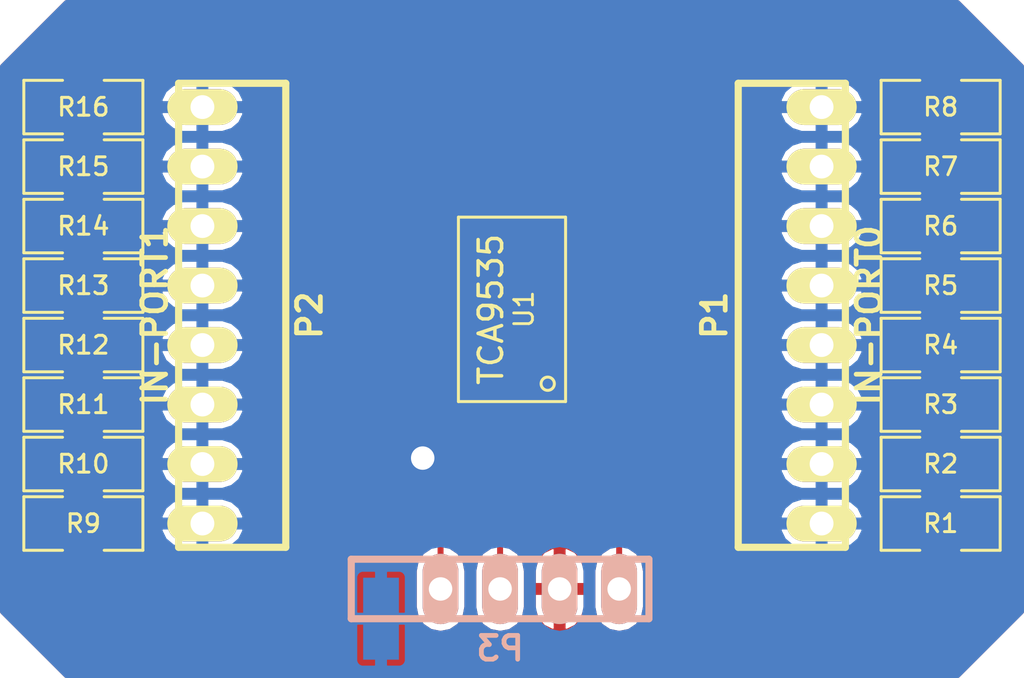
<source format=kicad_pcb>
(kicad_pcb (version 3) (host pcbnew "(2013-07-07 BZR 4022)-stable")

  (general
    (links 70)
    (no_connects 0)
    (area 45.466 41.402 89.154001 70.358001)
    (thickness 1.6)
    (drawings 0)
    (tracks 153)
    (zones 0)
    (modules 20)
    (nets 22)
  )

  (page User 150.012 101.6)
  (layers
    (15 F.Cu signal)
    (0 B.Cu signal)
    (16 B.Adhes user)
    (17 F.Adhes user)
    (18 B.Paste user)
    (19 F.Paste user)
    (20 B.SilkS user)
    (21 F.SilkS user)
    (22 B.Mask user)
    (23 F.Mask user)
    (24 Dwgs.User user)
    (25 Cmts.User user)
    (26 Eco1.User user)
    (27 Eco2.User user)
    (28 Edge.Cuts user)
  )

  (setup
    (last_trace_width 0.254)
    (trace_clearance 0.254)
    (zone_clearance 0.254)
    (zone_45_only no)
    (trace_min 0.254)
    (segment_width 0.2)
    (edge_width 0.1)
    (via_size 2)
    (via_drill 1)
    (via_min_size 0.889)
    (via_min_drill 0.508)
    (uvia_size 2)
    (uvia_drill 1)
    (uvias_allowed no)
    (uvia_min_size 0.508)
    (uvia_min_drill 0.127)
    (pcb_text_width 0.3)
    (pcb_text_size 1.5 1.5)
    (mod_edge_width 0.15)
    (mod_text_size 1 1)
    (mod_text_width 0.15)
    (pad_size 1.524 3.5)
    (pad_drill 0)
    (pad_to_mask_clearance 0)
    (aux_axis_origin 0 0)
    (visible_elements 7FFFFFFF)
    (pcbplotparams
      (layerselection 12615681)
      (usegerberextensions false)
      (excludeedgelayer true)
      (linewidth 0.150000)
      (plotframeref false)
      (viasonmask true)
      (mode 1)
      (useauxorigin false)
      (hpglpennumber 1)
      (hpglpenspeed 20)
      (hpglpendiameter 15)
      (hpglpenoverlay 2)
      (psnegative false)
      (psa4output false)
      (plotreference true)
      (plotvalue true)
      (plotothertext true)
      (plotinvisibletext false)
      (padsonsilk false)
      (subtractmaskfromsilk false)
      (outputformat 2)
      (mirror false)
      (drillshape 2)
      (scaleselection 1)
      (outputdirectory ""))
  )

  (net 0 "")
  (net 1 +5V)
  (net 2 DIGI_INT)
  (net 3 GND)
  (net 4 N-000001)
  (net 5 N-0000012)
  (net 6 N-0000013)
  (net 7 N-0000014)
  (net 8 N-0000015)
  (net 9 N-0000016)
  (net 10 N-0000017)
  (net 11 N-0000018)
  (net 12 N-0000019)
  (net 13 N-000002)
  (net 14 N-0000020)
  (net 15 N-0000021)
  (net 16 N-000003)
  (net 17 N-000004)
  (net 18 N-000005)
  (net 19 N-000006)
  (net 20 SCL)
  (net 21 SDA)

  (net_class Default "This is the default net class."
    (clearance 0.254)
    (trace_width 0.254)
    (via_dia 2)
    (via_drill 1)
    (uvia_dia 2)
    (uvia_drill 1)
    (add_net "")
    (add_net +5V)
    (add_net DIGI_INT)
    (add_net GND)
    (add_net N-000001)
    (add_net N-0000012)
    (add_net N-0000013)
    (add_net N-0000014)
    (add_net N-0000015)
    (add_net N-0000016)
    (add_net N-0000017)
    (add_net N-0000018)
    (add_net N-0000019)
    (add_net N-000002)
    (add_net N-0000020)
    (add_net N-0000021)
    (add_net N-000003)
    (add_net N-000004)
    (add_net N-000005)
    (add_net N-000006)
    (add_net SCL)
    (add_net SDA)
  )

  (module tssop-24 (layer F.Cu) (tedit 50BDFAA3) (tstamp 536F83E8)
    (at 50.038 43.688 90)
    (descr TSSOP-24)
    (path /536F867B)
    (attr smd)
    (fp_text reference U1 (at 0 0.508 90) (layer F.SilkS)
      (effects (font (size 0.8001 0.8001) (thickness 0.11938)))
    )
    (fp_text value TCA9535 (at 0 -0.89916 90) (layer F.SilkS)
      (effects (font (size 1.00076 1.00076) (thickness 0.14986)))
    )
    (fp_line (start 3.937 -2.286) (end -3.937 -2.286) (layer F.SilkS) (width 0.127))
    (fp_line (start -3.937 -2.286) (end -3.937 2.286) (layer F.SilkS) (width 0.127))
    (fp_line (start -3.937 2.286) (end 3.937 2.286) (layer F.SilkS) (width 0.127))
    (fp_line (start 3.937 2.286) (end 3.937 -2.286) (layer F.SilkS) (width 0.127))
    (fp_circle (center -3.175 1.524) (end -3.302 1.778) (layer F.SilkS) (width 0.127))
    (pad 6 smd rect (at -0.32512 2.79908 90) (size 0.4191 1.47066)
      (layers F.Cu F.Paste F.Mask)
      (net 13 N-000002)
    )
    (pad 7 smd rect (at 0.32512 2.79908 90) (size 0.4191 1.47066)
      (layers F.Cu F.Paste F.Mask)
      (net 14 N-0000020)
    )
    (pad 8 smd rect (at 0.97536 2.79908 90) (size 0.4191 1.47066)
      (layers F.Cu F.Paste F.Mask)
      (net 12 N-0000019)
    )
    (pad 9 smd rect (at 1.6256 2.79908 90) (size 0.4191 1.47066)
      (layers F.Cu F.Paste F.Mask)
      (net 17 N-000004)
    )
    (pad 22 smd rect (at -2.26568 -2.794 90) (size 0.4191 1.47066)
      (layers F.Cu F.Paste F.Mask)
      (net 20 SCL)
    )
    (pad 3 smd rect (at -2.27584 2.79908 90) (size 0.4191 1.47066)
      (layers F.Cu F.Paste F.Mask)
    )
    (pad 4 smd rect (at -1.6256 2.79908 90) (size 0.4191 1.47066)
      (layers F.Cu F.Paste F.Mask)
      (net 15 N-0000021)
    )
    (pad 5 smd rect (at -0.97536 2.79908 90) (size 0.4191 1.47066)
      (layers F.Cu F.Paste F.Mask)
      (net 16 N-000003)
    )
    (pad 15 smd rect (at 2.27584 -2.79908 90) (size 0.4191 1.47066)
      (layers F.Cu F.Paste F.Mask)
      (net 4 N-000001)
    )
    (pad 16 smd rect (at 1.6256 -2.79908 90) (size 0.4191 1.47066)
      (layers F.Cu F.Paste F.Mask)
      (net 9 N-0000016)
    )
    (pad 17 smd rect (at 0.97536 -2.79908 90) (size 0.4191 1.47066)
      (layers F.Cu F.Paste F.Mask)
      (net 8 N-0000015)
    )
    (pad 18 smd rect (at 0.32512 -2.79908 90) (size 0.4191 1.47066)
      (layers F.Cu F.Paste F.Mask)
      (net 7 N-0000014)
    )
    (pad 19 smd rect (at -0.32512 -2.79908 90) (size 0.4191 1.47066)
      (layers F.Cu F.Paste F.Mask)
      (net 6 N-0000013)
    )
    (pad 20 smd rect (at -0.97536 -2.79908 90) (size 0.4191 1.47066)
      (layers F.Cu F.Paste F.Mask)
      (net 5 N-0000012)
    )
    (pad 10 smd rect (at 2.27584 2.79908 90) (size 0.4191 1.47066)
      (layers F.Cu F.Paste F.Mask)
      (net 11 N-0000018)
    )
    (pad 21 smd rect (at -1.6256 -2.794 90) (size 0.4191 1.47066)
      (layers F.Cu F.Paste F.Mask)
      (net 3 GND)
    )
    (pad 2 smd rect (at -2.92608 2.79908 90) (size 0.4191 1.47066)
      (layers F.Cu F.Paste F.Mask)
    )
    (pad 11 smd rect (at 2.92608 2.79908 90) (size 0.4191 1.47066)
      (layers F.Cu F.Paste F.Mask)
      (net 10 N-0000017)
    )
    (pad 14 smd rect (at 2.92608 -2.79908 90) (size 0.4191 1.47066)
      (layers F.Cu F.Paste F.Mask)
      (net 18 N-000005)
    )
    (pad 23 smd rect (at -2.92608 -2.79908 90) (size 0.4191 1.47066)
      (layers F.Cu F.Paste F.Mask)
      (net 21 SDA)
    )
    (pad 1 smd rect (at -3.57378 2.79908 90) (size 0.4191 1.47066)
      (layers F.Cu F.Paste F.Mask)
      (net 2 DIGI_INT)
    )
    (pad 12 smd rect (at 3.57378 2.79908 90) (size 0.4191 1.47066)
      (layers F.Cu F.Paste F.Mask)
      (net 3 GND)
    )
    (pad 13 smd rect (at 3.57378 -2.79908 90) (size 0.4191 1.47066)
      (layers F.Cu F.Paste F.Mask)
      (net 19 N-000006)
    )
    (pad 24 smd rect (at -3.57378 -2.79908 90) (size 0.4191 1.47066)
      (layers F.Cu F.Paste F.Mask)
      (net 1 +5V)
    )
    (model smd/smd_dil/tssop-24.wrl
      (at (xyz 0 0 0))
      (scale (xyz 1 1 1))
      (rotate (xyz 0 0 0))
    )
  )

  (module SM1206 (layer F.Cu) (tedit 42806E24) (tstamp 536F83F4)
    (at 68.326 50.292 180)
    (path /536F86BC)
    (attr smd)
    (fp_text reference R2 (at 0 0 180) (layer F.SilkS)
      (effects (font (size 0.762 0.762) (thickness 0.127)))
    )
    (fp_text value 10k (at 0 0 180) (layer F.SilkS) hide
      (effects (font (size 0.762 0.762) (thickness 0.127)))
    )
    (fp_line (start -2.54 -1.143) (end -2.54 1.143) (layer F.SilkS) (width 0.127))
    (fp_line (start -2.54 1.143) (end -0.889 1.143) (layer F.SilkS) (width 0.127))
    (fp_line (start 0.889 -1.143) (end 2.54 -1.143) (layer F.SilkS) (width 0.127))
    (fp_line (start 2.54 -1.143) (end 2.54 1.143) (layer F.SilkS) (width 0.127))
    (fp_line (start 2.54 1.143) (end 0.889 1.143) (layer F.SilkS) (width 0.127))
    (fp_line (start -0.889 -1.143) (end -2.54 -1.143) (layer F.SilkS) (width 0.127))
    (pad 1 smd rect (at -1.651 0 180) (size 1.524 2.032)
      (layers F.Cu F.Paste F.Mask)
      (net 3 GND)
    )
    (pad 2 smd rect (at 1.651 0 180) (size 1.524 2.032)
      (layers F.Cu F.Paste F.Mask)
      (net 16 N-000003)
    )
    (model smd/chip_cms.wrl
      (at (xyz 0 0 0))
      (scale (xyz 0.17 0.16 0.16))
      (rotate (xyz 0 0 0))
    )
  )

  (module SM1206 (layer F.Cu) (tedit 42806E24) (tstamp 536F8400)
    (at 68.326 35.052 180)
    (path /536F86E0)
    (attr smd)
    (fp_text reference R8 (at 0 0 180) (layer F.SilkS)
      (effects (font (size 0.762 0.762) (thickness 0.127)))
    )
    (fp_text value 10k (at 0 0 180) (layer F.SilkS) hide
      (effects (font (size 0.762 0.762) (thickness 0.127)))
    )
    (fp_line (start -2.54 -1.143) (end -2.54 1.143) (layer F.SilkS) (width 0.127))
    (fp_line (start -2.54 1.143) (end -0.889 1.143) (layer F.SilkS) (width 0.127))
    (fp_line (start 0.889 -1.143) (end 2.54 -1.143) (layer F.SilkS) (width 0.127))
    (fp_line (start 2.54 -1.143) (end 2.54 1.143) (layer F.SilkS) (width 0.127))
    (fp_line (start 2.54 1.143) (end 0.889 1.143) (layer F.SilkS) (width 0.127))
    (fp_line (start -0.889 -1.143) (end -2.54 -1.143) (layer F.SilkS) (width 0.127))
    (pad 1 smd rect (at -1.651 0 180) (size 1.524 2.032)
      (layers F.Cu F.Paste F.Mask)
      (net 3 GND)
    )
    (pad 2 smd rect (at 1.651 0 180) (size 1.524 2.032)
      (layers F.Cu F.Paste F.Mask)
      (net 10 N-0000017)
    )
    (model smd/chip_cms.wrl
      (at (xyz 0 0 0))
      (scale (xyz 0.17 0.16 0.16))
      (rotate (xyz 0 0 0))
    )
  )

  (module SM1206 (layer F.Cu) (tedit 42806E24) (tstamp 536F840C)
    (at 68.326 37.592 180)
    (path /536F86DA)
    (attr smd)
    (fp_text reference R7 (at 0 0 180) (layer F.SilkS)
      (effects (font (size 0.762 0.762) (thickness 0.127)))
    )
    (fp_text value 10k (at 0 0 180) (layer F.SilkS) hide
      (effects (font (size 0.762 0.762) (thickness 0.127)))
    )
    (fp_line (start -2.54 -1.143) (end -2.54 1.143) (layer F.SilkS) (width 0.127))
    (fp_line (start -2.54 1.143) (end -0.889 1.143) (layer F.SilkS) (width 0.127))
    (fp_line (start 0.889 -1.143) (end 2.54 -1.143) (layer F.SilkS) (width 0.127))
    (fp_line (start 2.54 -1.143) (end 2.54 1.143) (layer F.SilkS) (width 0.127))
    (fp_line (start 2.54 1.143) (end 0.889 1.143) (layer F.SilkS) (width 0.127))
    (fp_line (start -0.889 -1.143) (end -2.54 -1.143) (layer F.SilkS) (width 0.127))
    (pad 1 smd rect (at -1.651 0 180) (size 1.524 2.032)
      (layers F.Cu F.Paste F.Mask)
      (net 3 GND)
    )
    (pad 2 smd rect (at 1.651 0 180) (size 1.524 2.032)
      (layers F.Cu F.Paste F.Mask)
      (net 11 N-0000018)
    )
    (model smd/chip_cms.wrl
      (at (xyz 0 0 0))
      (scale (xyz 0.17 0.16 0.16))
      (rotate (xyz 0 0 0))
    )
  )

  (module SM1206 (layer F.Cu) (tedit 42806E24) (tstamp 536F8418)
    (at 68.326 40.132 180)
    (path /536F86D4)
    (attr smd)
    (fp_text reference R6 (at 0 0 180) (layer F.SilkS)
      (effects (font (size 0.762 0.762) (thickness 0.127)))
    )
    (fp_text value 10k (at 0 0 180) (layer F.SilkS) hide
      (effects (font (size 0.762 0.762) (thickness 0.127)))
    )
    (fp_line (start -2.54 -1.143) (end -2.54 1.143) (layer F.SilkS) (width 0.127))
    (fp_line (start -2.54 1.143) (end -0.889 1.143) (layer F.SilkS) (width 0.127))
    (fp_line (start 0.889 -1.143) (end 2.54 -1.143) (layer F.SilkS) (width 0.127))
    (fp_line (start 2.54 -1.143) (end 2.54 1.143) (layer F.SilkS) (width 0.127))
    (fp_line (start 2.54 1.143) (end 0.889 1.143) (layer F.SilkS) (width 0.127))
    (fp_line (start -0.889 -1.143) (end -2.54 -1.143) (layer F.SilkS) (width 0.127))
    (pad 1 smd rect (at -1.651 0 180) (size 1.524 2.032)
      (layers F.Cu F.Paste F.Mask)
      (net 3 GND)
    )
    (pad 2 smd rect (at 1.651 0 180) (size 1.524 2.032)
      (layers F.Cu F.Paste F.Mask)
      (net 17 N-000004)
    )
    (model smd/chip_cms.wrl
      (at (xyz 0 0 0))
      (scale (xyz 0.17 0.16 0.16))
      (rotate (xyz 0 0 0))
    )
  )

  (module SM1206 (layer F.Cu) (tedit 42806E24) (tstamp 536F8424)
    (at 68.326 42.672 180)
    (path /536F86CE)
    (attr smd)
    (fp_text reference R5 (at 0 0 180) (layer F.SilkS)
      (effects (font (size 0.762 0.762) (thickness 0.127)))
    )
    (fp_text value 10k (at 0 0 180) (layer F.SilkS) hide
      (effects (font (size 0.762 0.762) (thickness 0.127)))
    )
    (fp_line (start -2.54 -1.143) (end -2.54 1.143) (layer F.SilkS) (width 0.127))
    (fp_line (start -2.54 1.143) (end -0.889 1.143) (layer F.SilkS) (width 0.127))
    (fp_line (start 0.889 -1.143) (end 2.54 -1.143) (layer F.SilkS) (width 0.127))
    (fp_line (start 2.54 -1.143) (end 2.54 1.143) (layer F.SilkS) (width 0.127))
    (fp_line (start 2.54 1.143) (end 0.889 1.143) (layer F.SilkS) (width 0.127))
    (fp_line (start -0.889 -1.143) (end -2.54 -1.143) (layer F.SilkS) (width 0.127))
    (pad 1 smd rect (at -1.651 0 180) (size 1.524 2.032)
      (layers F.Cu F.Paste F.Mask)
      (net 3 GND)
    )
    (pad 2 smd rect (at 1.651 0 180) (size 1.524 2.032)
      (layers F.Cu F.Paste F.Mask)
      (net 12 N-0000019)
    )
    (model smd/chip_cms.wrl
      (at (xyz 0 0 0))
      (scale (xyz 0.17 0.16 0.16))
      (rotate (xyz 0 0 0))
    )
  )

  (module SM1206 (layer F.Cu) (tedit 42806E24) (tstamp 536F8430)
    (at 68.326 45.212 180)
    (path /536F86C8)
    (attr smd)
    (fp_text reference R4 (at 0 0 180) (layer F.SilkS)
      (effects (font (size 0.762 0.762) (thickness 0.127)))
    )
    (fp_text value 10k (at 0 0 180) (layer F.SilkS) hide
      (effects (font (size 0.762 0.762) (thickness 0.127)))
    )
    (fp_line (start -2.54 -1.143) (end -2.54 1.143) (layer F.SilkS) (width 0.127))
    (fp_line (start -2.54 1.143) (end -0.889 1.143) (layer F.SilkS) (width 0.127))
    (fp_line (start 0.889 -1.143) (end 2.54 -1.143) (layer F.SilkS) (width 0.127))
    (fp_line (start 2.54 -1.143) (end 2.54 1.143) (layer F.SilkS) (width 0.127))
    (fp_line (start 2.54 1.143) (end 0.889 1.143) (layer F.SilkS) (width 0.127))
    (fp_line (start -0.889 -1.143) (end -2.54 -1.143) (layer F.SilkS) (width 0.127))
    (pad 1 smd rect (at -1.651 0 180) (size 1.524 2.032)
      (layers F.Cu F.Paste F.Mask)
      (net 3 GND)
    )
    (pad 2 smd rect (at 1.651 0 180) (size 1.524 2.032)
      (layers F.Cu F.Paste F.Mask)
      (net 14 N-0000020)
    )
    (model smd/chip_cms.wrl
      (at (xyz 0 0 0))
      (scale (xyz 0.17 0.16 0.16))
      (rotate (xyz 0 0 0))
    )
  )

  (module SM1206 (layer F.Cu) (tedit 42806E24) (tstamp 536F843C)
    (at 68.326 47.752 180)
    (path /536F86C2)
    (attr smd)
    (fp_text reference R3 (at 0 0 180) (layer F.SilkS)
      (effects (font (size 0.762 0.762) (thickness 0.127)))
    )
    (fp_text value 10k (at 0 0 180) (layer F.SilkS) hide
      (effects (font (size 0.762 0.762) (thickness 0.127)))
    )
    (fp_line (start -2.54 -1.143) (end -2.54 1.143) (layer F.SilkS) (width 0.127))
    (fp_line (start -2.54 1.143) (end -0.889 1.143) (layer F.SilkS) (width 0.127))
    (fp_line (start 0.889 -1.143) (end 2.54 -1.143) (layer F.SilkS) (width 0.127))
    (fp_line (start 2.54 -1.143) (end 2.54 1.143) (layer F.SilkS) (width 0.127))
    (fp_line (start 2.54 1.143) (end 0.889 1.143) (layer F.SilkS) (width 0.127))
    (fp_line (start -0.889 -1.143) (end -2.54 -1.143) (layer F.SilkS) (width 0.127))
    (pad 1 smd rect (at -1.651 0 180) (size 1.524 2.032)
      (layers F.Cu F.Paste F.Mask)
      (net 3 GND)
    )
    (pad 2 smd rect (at 1.651 0 180) (size 1.524 2.032)
      (layers F.Cu F.Paste F.Mask)
      (net 13 N-000002)
    )
    (model smd/chip_cms.wrl
      (at (xyz 0 0 0))
      (scale (xyz 0.17 0.16 0.16))
      (rotate (xyz 0 0 0))
    )
  )

  (module SM1206 (layer F.Cu) (tedit 42806E24) (tstamp 536F8448)
    (at 68.326 52.832 180)
    (path /536F86B6)
    (attr smd)
    (fp_text reference R1 (at 0 0 180) (layer F.SilkS)
      (effects (font (size 0.762 0.762) (thickness 0.127)))
    )
    (fp_text value 10k (at 0 0 180) (layer F.SilkS) hide
      (effects (font (size 0.762 0.762) (thickness 0.127)))
    )
    (fp_line (start -2.54 -1.143) (end -2.54 1.143) (layer F.SilkS) (width 0.127))
    (fp_line (start -2.54 1.143) (end -0.889 1.143) (layer F.SilkS) (width 0.127))
    (fp_line (start 0.889 -1.143) (end 2.54 -1.143) (layer F.SilkS) (width 0.127))
    (fp_line (start 2.54 -1.143) (end 2.54 1.143) (layer F.SilkS) (width 0.127))
    (fp_line (start 2.54 1.143) (end 0.889 1.143) (layer F.SilkS) (width 0.127))
    (fp_line (start -0.889 -1.143) (end -2.54 -1.143) (layer F.SilkS) (width 0.127))
    (pad 1 smd rect (at -1.651 0 180) (size 1.524 2.032)
      (layers F.Cu F.Paste F.Mask)
      (net 3 GND)
    )
    (pad 2 smd rect (at 1.651 0 180) (size 1.524 2.032)
      (layers F.Cu F.Paste F.Mask)
      (net 15 N-0000021)
    )
    (model smd/chip_cms.wrl
      (at (xyz 0 0 0))
      (scale (xyz 0.17 0.16 0.16))
      (rotate (xyz 0 0 0))
    )
  )

  (module SM1206 (layer F.Cu) (tedit 536F871F) (tstamp 536F8454)
    (at 31.75 35.052 180)
    (path /536F86B0)
    (attr smd)
    (fp_text reference R16 (at 0 0 180) (layer F.SilkS)
      (effects (font (size 0.762 0.762) (thickness 0.127)))
    )
    (fp_text value 10k (at 0 0 180) (layer F.SilkS) hide
      (effects (font (size 0.762 0.762) (thickness 0.127)))
    )
    (fp_line (start -2.54 -1.143) (end -2.54 1.143) (layer F.SilkS) (width 0.127))
    (fp_line (start -2.54 1.143) (end -0.889 1.143) (layer F.SilkS) (width 0.127))
    (fp_line (start 0.889 -1.143) (end 2.54 -1.143) (layer F.SilkS) (width 0.127))
    (fp_line (start 2.54 -1.143) (end 2.54 1.143) (layer F.SilkS) (width 0.127))
    (fp_line (start 2.54 1.143) (end 0.889 1.143) (layer F.SilkS) (width 0.127))
    (fp_line (start -0.889 -1.143) (end -2.54 -1.143) (layer F.SilkS) (width 0.127))
    (pad 1 smd rect (at -1.651 0 180) (size 1.524 2.032)
      (layers F.Cu F.Paste F.Mask)
      (net 19 N-000006)
    )
    (pad 2 smd rect (at 1.651 0 180) (size 1.524 2.032)
      (layers F.Cu F.Paste F.Mask)
      (net 3 GND)
    )
    (model smd/chip_cms.wrl
      (at (xyz 0 0 0))
      (scale (xyz 0.17 0.16 0.16))
      (rotate (xyz 0 0 0))
    )
  )

  (module SM1206 (layer F.Cu) (tedit 536F8728) (tstamp 536F8460)
    (at 31.75 37.592 180)
    (path /536F86AA)
    (attr smd)
    (fp_text reference R15 (at 0 0 180) (layer F.SilkS)
      (effects (font (size 0.762 0.762) (thickness 0.127)))
    )
    (fp_text value 10k (at 0 0 180) (layer F.SilkS) hide
      (effects (font (size 0.762 0.762) (thickness 0.127)))
    )
    (fp_line (start -2.54 -1.143) (end -2.54 1.143) (layer F.SilkS) (width 0.127))
    (fp_line (start -2.54 1.143) (end -0.889 1.143) (layer F.SilkS) (width 0.127))
    (fp_line (start 0.889 -1.143) (end 2.54 -1.143) (layer F.SilkS) (width 0.127))
    (fp_line (start 2.54 -1.143) (end 2.54 1.143) (layer F.SilkS) (width 0.127))
    (fp_line (start 2.54 1.143) (end 0.889 1.143) (layer F.SilkS) (width 0.127))
    (fp_line (start -0.889 -1.143) (end -2.54 -1.143) (layer F.SilkS) (width 0.127))
    (pad 1 smd rect (at -1.651 0 180) (size 1.524 2.032)
      (layers F.Cu F.Paste F.Mask)
      (net 18 N-000005)
    )
    (pad 2 smd rect (at 1.651 0 180) (size 1.524 2.032)
      (layers F.Cu F.Paste F.Mask)
      (net 3 GND)
    )
    (model smd/chip_cms.wrl
      (at (xyz 0 0 0))
      (scale (xyz 0.17 0.16 0.16))
      (rotate (xyz 0 0 0))
    )
  )

  (module SM1206 (layer F.Cu) (tedit 42806E24) (tstamp 536F846C)
    (at 31.75 40.132 180)
    (path /536F86A4)
    (attr smd)
    (fp_text reference R14 (at 0 0 180) (layer F.SilkS)
      (effects (font (size 0.762 0.762) (thickness 0.127)))
    )
    (fp_text value 10k (at 0 0 180) (layer F.SilkS) hide
      (effects (font (size 0.762 0.762) (thickness 0.127)))
    )
    (fp_line (start -2.54 -1.143) (end -2.54 1.143) (layer F.SilkS) (width 0.127))
    (fp_line (start -2.54 1.143) (end -0.889 1.143) (layer F.SilkS) (width 0.127))
    (fp_line (start 0.889 -1.143) (end 2.54 -1.143) (layer F.SilkS) (width 0.127))
    (fp_line (start 2.54 -1.143) (end 2.54 1.143) (layer F.SilkS) (width 0.127))
    (fp_line (start 2.54 1.143) (end 0.889 1.143) (layer F.SilkS) (width 0.127))
    (fp_line (start -0.889 -1.143) (end -2.54 -1.143) (layer F.SilkS) (width 0.127))
    (pad 1 smd rect (at -1.651 0 180) (size 1.524 2.032)
      (layers F.Cu F.Paste F.Mask)
      (net 4 N-000001)
    )
    (pad 2 smd rect (at 1.651 0 180) (size 1.524 2.032)
      (layers F.Cu F.Paste F.Mask)
      (net 3 GND)
    )
    (model smd/chip_cms.wrl
      (at (xyz 0 0 0))
      (scale (xyz 0.17 0.16 0.16))
      (rotate (xyz 0 0 0))
    )
  )

  (module SM1206 (layer F.Cu) (tedit 42806E24) (tstamp 536F8478)
    (at 31.75 42.672 180)
    (path /536F869E)
    (attr smd)
    (fp_text reference R13 (at 0 0 180) (layer F.SilkS)
      (effects (font (size 0.762 0.762) (thickness 0.127)))
    )
    (fp_text value 10k (at 0 0 180) (layer F.SilkS) hide
      (effects (font (size 0.762 0.762) (thickness 0.127)))
    )
    (fp_line (start -2.54 -1.143) (end -2.54 1.143) (layer F.SilkS) (width 0.127))
    (fp_line (start -2.54 1.143) (end -0.889 1.143) (layer F.SilkS) (width 0.127))
    (fp_line (start 0.889 -1.143) (end 2.54 -1.143) (layer F.SilkS) (width 0.127))
    (fp_line (start 2.54 -1.143) (end 2.54 1.143) (layer F.SilkS) (width 0.127))
    (fp_line (start 2.54 1.143) (end 0.889 1.143) (layer F.SilkS) (width 0.127))
    (fp_line (start -0.889 -1.143) (end -2.54 -1.143) (layer F.SilkS) (width 0.127))
    (pad 1 smd rect (at -1.651 0 180) (size 1.524 2.032)
      (layers F.Cu F.Paste F.Mask)
      (net 9 N-0000016)
    )
    (pad 2 smd rect (at 1.651 0 180) (size 1.524 2.032)
      (layers F.Cu F.Paste F.Mask)
      (net 3 GND)
    )
    (model smd/chip_cms.wrl
      (at (xyz 0 0 0))
      (scale (xyz 0.17 0.16 0.16))
      (rotate (xyz 0 0 0))
    )
  )

  (module SM1206 (layer F.Cu) (tedit 42806E24) (tstamp 536F8484)
    (at 31.75 45.212 180)
    (path /536F8698)
    (attr smd)
    (fp_text reference R12 (at 0 0 180) (layer F.SilkS)
      (effects (font (size 0.762 0.762) (thickness 0.127)))
    )
    (fp_text value 10k (at 0 0 180) (layer F.SilkS) hide
      (effects (font (size 0.762 0.762) (thickness 0.127)))
    )
    (fp_line (start -2.54 -1.143) (end -2.54 1.143) (layer F.SilkS) (width 0.127))
    (fp_line (start -2.54 1.143) (end -0.889 1.143) (layer F.SilkS) (width 0.127))
    (fp_line (start 0.889 -1.143) (end 2.54 -1.143) (layer F.SilkS) (width 0.127))
    (fp_line (start 2.54 -1.143) (end 2.54 1.143) (layer F.SilkS) (width 0.127))
    (fp_line (start 2.54 1.143) (end 0.889 1.143) (layer F.SilkS) (width 0.127))
    (fp_line (start -0.889 -1.143) (end -2.54 -1.143) (layer F.SilkS) (width 0.127))
    (pad 1 smd rect (at -1.651 0 180) (size 1.524 2.032)
      (layers F.Cu F.Paste F.Mask)
      (net 8 N-0000015)
    )
    (pad 2 smd rect (at 1.651 0 180) (size 1.524 2.032)
      (layers F.Cu F.Paste F.Mask)
      (net 3 GND)
    )
    (model smd/chip_cms.wrl
      (at (xyz 0 0 0))
      (scale (xyz 0.17 0.16 0.16))
      (rotate (xyz 0 0 0))
    )
  )

  (module SM1206 (layer F.Cu) (tedit 42806E24) (tstamp 536F8490)
    (at 31.75 47.752 180)
    (path /536F8692)
    (attr smd)
    (fp_text reference R11 (at 0 0 180) (layer F.SilkS)
      (effects (font (size 0.762 0.762) (thickness 0.127)))
    )
    (fp_text value 10k (at 0 0 180) (layer F.SilkS) hide
      (effects (font (size 0.762 0.762) (thickness 0.127)))
    )
    (fp_line (start -2.54 -1.143) (end -2.54 1.143) (layer F.SilkS) (width 0.127))
    (fp_line (start -2.54 1.143) (end -0.889 1.143) (layer F.SilkS) (width 0.127))
    (fp_line (start 0.889 -1.143) (end 2.54 -1.143) (layer F.SilkS) (width 0.127))
    (fp_line (start 2.54 -1.143) (end 2.54 1.143) (layer F.SilkS) (width 0.127))
    (fp_line (start 2.54 1.143) (end 0.889 1.143) (layer F.SilkS) (width 0.127))
    (fp_line (start -0.889 -1.143) (end -2.54 -1.143) (layer F.SilkS) (width 0.127))
    (pad 1 smd rect (at -1.651 0 180) (size 1.524 2.032)
      (layers F.Cu F.Paste F.Mask)
      (net 7 N-0000014)
    )
    (pad 2 smd rect (at 1.651 0 180) (size 1.524 2.032)
      (layers F.Cu F.Paste F.Mask)
      (net 3 GND)
    )
    (model smd/chip_cms.wrl
      (at (xyz 0 0 0))
      (scale (xyz 0.17 0.16 0.16))
      (rotate (xyz 0 0 0))
    )
  )

  (module SM1206 (layer F.Cu) (tedit 42806E24) (tstamp 536F849C)
    (at 31.75 50.292 180)
    (path /536F868C)
    (attr smd)
    (fp_text reference R10 (at 0 0 180) (layer F.SilkS)
      (effects (font (size 0.762 0.762) (thickness 0.127)))
    )
    (fp_text value 10k (at 0 0 180) (layer F.SilkS) hide
      (effects (font (size 0.762 0.762) (thickness 0.127)))
    )
    (fp_line (start -2.54 -1.143) (end -2.54 1.143) (layer F.SilkS) (width 0.127))
    (fp_line (start -2.54 1.143) (end -0.889 1.143) (layer F.SilkS) (width 0.127))
    (fp_line (start 0.889 -1.143) (end 2.54 -1.143) (layer F.SilkS) (width 0.127))
    (fp_line (start 2.54 -1.143) (end 2.54 1.143) (layer F.SilkS) (width 0.127))
    (fp_line (start 2.54 1.143) (end 0.889 1.143) (layer F.SilkS) (width 0.127))
    (fp_line (start -0.889 -1.143) (end -2.54 -1.143) (layer F.SilkS) (width 0.127))
    (pad 1 smd rect (at -1.651 0 180) (size 1.524 2.032)
      (layers F.Cu F.Paste F.Mask)
      (net 6 N-0000013)
    )
    (pad 2 smd rect (at 1.651 0 180) (size 1.524 2.032)
      (layers F.Cu F.Paste F.Mask)
      (net 3 GND)
    )
    (model smd/chip_cms.wrl
      (at (xyz 0 0 0))
      (scale (xyz 0.17 0.16 0.16))
      (rotate (xyz 0 0 0))
    )
  )

  (module SM1206 (layer F.Cu) (tedit 42806E24) (tstamp 536F84A8)
    (at 31.75 52.832 180)
    (path /536F8686)
    (attr smd)
    (fp_text reference R9 (at 0 0 180) (layer F.SilkS)
      (effects (font (size 0.762 0.762) (thickness 0.127)))
    )
    (fp_text value 10k (at 0 0 180) (layer F.SilkS) hide
      (effects (font (size 0.762 0.762) (thickness 0.127)))
    )
    (fp_line (start -2.54 -1.143) (end -2.54 1.143) (layer F.SilkS) (width 0.127))
    (fp_line (start -2.54 1.143) (end -0.889 1.143) (layer F.SilkS) (width 0.127))
    (fp_line (start 0.889 -1.143) (end 2.54 -1.143) (layer F.SilkS) (width 0.127))
    (fp_line (start 2.54 -1.143) (end 2.54 1.143) (layer F.SilkS) (width 0.127))
    (fp_line (start 2.54 1.143) (end 0.889 1.143) (layer F.SilkS) (width 0.127))
    (fp_line (start -0.889 -1.143) (end -2.54 -1.143) (layer F.SilkS) (width 0.127))
    (pad 1 smd rect (at -1.651 0 180) (size 1.524 2.032)
      (layers F.Cu F.Paste F.Mask)
      (net 5 N-0000012)
    )
    (pad 2 smd rect (at 1.651 0 180) (size 1.524 2.032)
      (layers F.Cu F.Paste F.Mask)
      (net 3 GND)
    )
    (model smd/chip_cms.wrl
      (at (xyz 0 0 0))
      (scale (xyz 0.17 0.16 0.16))
      (rotate (xyz 0 0 0))
    )
  )

  (module pin_array_8x2_MIXED2 (layer F.Cu) (tedit 5376FC2E) (tstamp 536F84C0)
    (at 38.1 43.942 270)
    (descr "Double rangee de contacts 2 x 8 pins")
    (tags CONN)
    (path /536F86E8)
    (fp_text reference P2 (at 0 -3.302 270) (layer F.SilkS)
      (effects (font (size 1.016 1.016) (thickness 0.2032)))
    )
    (fp_text value IN-PORT1 (at 0 3.302 270) (layer F.SilkS)
      (effects (font (size 1.016 1.016) (thickness 0.2032)))
    )
    (fp_line (start -9.906 2.286) (end -9.906 -2.286) (layer F.SilkS) (width 0.3048))
    (fp_line (start -9.906 -2.286) (end 9.906 -2.286) (layer F.SilkS) (width 0.3048))
    (fp_line (start 9.906 -2.286) (end 9.906 2.286) (layer F.SilkS) (width 0.3048))
    (fp_line (start 9.906 2.286) (end -9.906 2.286) (layer F.SilkS) (width 0.3048))
    (pad 1 thru_hole oval (at -8.89 1.27 270) (size 1.524 3) (drill 1.016)
      (layers *.Cu *.Mask F.SilkS)
      (net 1 +5V)
    )
    (pad 2 smd rect (at -8.89 -2.54 270) (size 1.524 3.5)
      (layers F.Cu F.Paste F.Mask)
      (net 19 N-000006)
    )
    (pad 3 thru_hole oval (at -6.35 1.27 270) (size 1.524 3) (drill 1.016)
      (layers *.Cu *.Mask F.SilkS)
      (net 1 +5V)
    )
    (pad 4 smd rect (at -6.35 -2.54 270) (size 1.524 3.5)
      (layers F.Cu F.Paste F.Mask)
      (net 18 N-000005)
    )
    (pad 5 thru_hole oval (at -3.81 1.27 270) (size 1.524 3) (drill 1.016)
      (layers *.Cu *.Mask F.SilkS)
      (net 1 +5V)
    )
    (pad 6 smd rect (at -3.81 -2.54 270) (size 1.524 3.5)
      (layers F.Cu F.Paste F.Mask)
      (net 4 N-000001)
    )
    (pad 7 thru_hole oval (at -1.27 1.27 270) (size 1.524 3) (drill 1.016)
      (layers *.Cu *.Mask F.SilkS)
      (net 1 +5V)
    )
    (pad 8 smd rect (at -1.27 -2.54 270) (size 1.524 3.5)
      (layers F.Cu F.Paste F.Mask)
      (net 9 N-0000016)
    )
    (pad 9 thru_hole oval (at 1.27 1.27 270) (size 1.524 3) (drill 1.016)
      (layers *.Cu *.Mask F.SilkS)
      (net 1 +5V)
    )
    (pad 10 smd rect (at 1.27 -2.54 270) (size 1.524 3.5)
      (layers F.Cu F.Paste F.Mask)
      (net 8 N-0000015)
    )
    (pad 11 thru_hole oval (at 3.81 1.27 270) (size 1.524 3) (drill 1.016)
      (layers *.Cu *.Mask F.SilkS)
      (net 1 +5V)
    )
    (pad 12 smd rect (at 3.81 -2.54 270) (size 1.524 3.5)
      (layers F.Cu F.Paste F.Mask)
      (net 7 N-0000014)
    )
    (pad 13 thru_hole oval (at 6.35 1.27 270) (size 1.524 3) (drill 1.016)
      (layers *.Cu *.Mask F.SilkS)
      (net 1 +5V)
    )
    (pad 14 smd rect (at 6.35 -2.54 270) (size 1.524 3.5)
      (layers F.Cu F.Paste F.Mask)
      (net 6 N-0000013)
    )
    (pad 15 thru_hole oval (at 8.89 1.27 270) (size 1.524 3) (drill 1.016)
      (layers *.Cu *.Mask F.SilkS)
      (net 1 +5V)
    )
    (pad 16 smd rect (at 8.89 -2.54 270) (size 1.524 3.5)
      (layers F.Cu F.Paste F.Mask)
      (net 5 N-0000012)
    )
    (model pin_array/pins_array_8x2.wrl
      (at (xyz 0 0 0))
      (scale (xyz 1 1 1))
      (rotate (xyz 0 0 0))
    )
  )

  (module pin_array_8x2_MIXED2 (layer F.Cu) (tedit 5376FC2E) (tstamp 536F84D8)
    (at 61.976 43.942 90)
    (descr "Double rangee de contacts 2 x 8 pins")
    (tags CONN)
    (path /536F86EE)
    (fp_text reference P1 (at 0 -3.302 90) (layer F.SilkS)
      (effects (font (size 1.016 1.016) (thickness 0.2032)))
    )
    (fp_text value IN-PORT0 (at 0 3.302 90) (layer F.SilkS)
      (effects (font (size 1.016 1.016) (thickness 0.2032)))
    )
    (fp_line (start -9.906 2.286) (end -9.906 -2.286) (layer F.SilkS) (width 0.3048))
    (fp_line (start -9.906 -2.286) (end 9.906 -2.286) (layer F.SilkS) (width 0.3048))
    (fp_line (start 9.906 -2.286) (end 9.906 2.286) (layer F.SilkS) (width 0.3048))
    (fp_line (start 9.906 2.286) (end -9.906 2.286) (layer F.SilkS) (width 0.3048))
    (pad 1 thru_hole oval (at -8.89 1.27 90) (size 1.524 3) (drill 1.016)
      (layers *.Cu *.Mask F.SilkS)
      (net 1 +5V)
    )
    (pad 2 smd rect (at -8.89 -2.54 90) (size 1.524 3.5)
      (layers F.Cu F.Paste F.Mask)
      (net 15 N-0000021)
    )
    (pad 3 thru_hole oval (at -6.35 1.27 90) (size 1.524 3) (drill 1.016)
      (layers *.Cu *.Mask F.SilkS)
      (net 1 +5V)
    )
    (pad 4 smd rect (at -6.35 -2.54 90) (size 1.524 3.5)
      (layers F.Cu F.Paste F.Mask)
      (net 16 N-000003)
    )
    (pad 5 thru_hole oval (at -3.81 1.27 90) (size 1.524 3) (drill 1.016)
      (layers *.Cu *.Mask F.SilkS)
      (net 1 +5V)
    )
    (pad 6 smd rect (at -3.81 -2.54 90) (size 1.524 3.5)
      (layers F.Cu F.Paste F.Mask)
      (net 13 N-000002)
    )
    (pad 7 thru_hole oval (at -1.27 1.27 90) (size 1.524 3) (drill 1.016)
      (layers *.Cu *.Mask F.SilkS)
      (net 1 +5V)
    )
    (pad 8 smd rect (at -1.27 -2.54 90) (size 1.524 3.5)
      (layers F.Cu F.Paste F.Mask)
      (net 14 N-0000020)
    )
    (pad 9 thru_hole oval (at 1.27 1.27 90) (size 1.524 3) (drill 1.016)
      (layers *.Cu *.Mask F.SilkS)
      (net 1 +5V)
    )
    (pad 10 smd rect (at 1.27 -2.54 90) (size 1.524 3.5)
      (layers F.Cu F.Paste F.Mask)
      (net 12 N-0000019)
    )
    (pad 11 thru_hole oval (at 3.81 1.27 90) (size 1.524 3) (drill 1.016)
      (layers *.Cu *.Mask F.SilkS)
      (net 1 +5V)
    )
    (pad 12 smd rect (at 3.81 -2.54 90) (size 1.524 3.5)
      (layers F.Cu F.Paste F.Mask)
      (net 17 N-000004)
    )
    (pad 13 thru_hole oval (at 6.35 1.27 90) (size 1.524 3) (drill 1.016)
      (layers *.Cu *.Mask F.SilkS)
      (net 1 +5V)
    )
    (pad 14 smd rect (at 6.35 -2.54 90) (size 1.524 3.5)
      (layers F.Cu F.Paste F.Mask)
      (net 11 N-0000018)
    )
    (pad 15 thru_hole oval (at 8.89 1.27 90) (size 1.524 3) (drill 1.016)
      (layers *.Cu *.Mask F.SilkS)
      (net 1 +5V)
    )
    (pad 16 smd rect (at 8.89 -2.54 90) (size 1.524 3.5)
      (layers F.Cu F.Paste F.Mask)
      (net 10 N-0000017)
    )
    (model pin_array/pins_array_8x2.wrl
      (at (xyz 0 0 0))
      (scale (xyz 1 1 1))
      (rotate (xyz 0 0 0))
    )
  )

  (module PIN_ARRAY_5x1_MIXED_INV (layer B.Cu) (tedit 537702AE) (tstamp 536F86CE)
    (at 49.53 55.626)
    (descr "Double rangee de contacts 2 x 5 pins")
    (tags CONN)
    (path /536F88A8)
    (fp_text reference P3 (at 0 2.54) (layer B.SilkS)
      (effects (font (size 1.016 1.016) (thickness 0.2032)) (justify mirror))
    )
    (fp_text value CONN_5 (at 0 -2.54) (layer B.SilkS) hide
      (effects (font (size 1.016 1.016) (thickness 0.2032)) (justify mirror))
    )
    (fp_line (start -6.35 1.27) (end -6.35 -1.27) (layer B.SilkS) (width 0.3048))
    (fp_line (start 6.35 -1.27) (end 6.35 1.27) (layer B.SilkS) (width 0.3048))
    (fp_line (start -6.35 1.27) (end 6.35 1.27) (layer B.SilkS) (width 0.3048))
    (fp_line (start 6.35 -1.27) (end -6.35 -1.27) (layer B.SilkS) (width 0.3048))
    (pad 1 smd rect (at -5.08 1.27) (size 1.524 3.5)
      (layers B.Cu B.Paste B.Mask)
      (net 1 +5V)
    )
    (pad 2 thru_hole oval (at -2.54 0) (size 1.524 3) (drill 1)
      (layers *.Cu *.Mask B.SilkS)
      (net 21 SDA)
    )
    (pad 3 thru_hole oval (at 0 0) (size 1.524 3) (drill 1)
      (layers *.Cu *.Mask B.SilkS)
      (net 20 SCL)
    )
    (pad 4 thru_hole oval (at 2.54 0) (size 1.524 3) (drill 1)
      (layers *.Cu *.Mask B.SilkS)
      (net 3 GND)
    )
    (pad 5 thru_hole oval (at 5.08 0) (size 1.524 3) (drill 1)
      (layers *.Cu *.Mask B.SilkS)
      (net 2 DIGI_INT)
    )
    (model pin_array/pins_array_5x1.wrl
      (at (xyz 0 0 0))
      (scale (xyz 1 1 1))
      (rotate (xyz 0 0 0))
    )
  )

  (segment (start 47.23892 47.26178) (end 47.23892 49.02708) (width 0.254) (layer F.Cu) (net 1))
  (via (at 46.228 50.038) (size 2) (layers F.Cu B.Cu) (net 1))
  (segment (start 47.23892 49.02708) (end 46.228 50.038) (width 0.254) (layer F.Cu) (net 1) (tstamp 5376FFED))
  (segment (start 54.61 55.626) (end 54.61 53.594) (width 0.254) (layer F.Cu) (net 2))
  (segment (start 52.83708 51.82108) (end 52.83708 47.26178) (width 0.254) (layer F.Cu) (net 2) (tstamp 53770356))
  (segment (start 54.61 53.594) (end 52.83708 51.82108) (width 0.254) (layer F.Cu) (net 2) (tstamp 53770354))
  (segment (start 40.64 40.132) (end 42.418 40.132) (width 0.254) (layer F.Cu) (net 4))
  (segment (start 43.69816 41.41216) (end 47.23892 41.41216) (width 0.254) (layer F.Cu) (net 4) (tstamp 5376FF84))
  (segment (start 42.418 40.132) (end 43.69816 41.41216) (width 0.254) (layer F.Cu) (net 4) (tstamp 5376FF82))
  (segment (start 33.401 40.132) (end 33.782 40.132) (width 0.254) (layer F.Cu) (net 4))
  (segment (start 39.37 41.402) (end 40.64 40.132) (width 0.254) (layer F.Cu) (net 4) (tstamp 5376FF58))
  (segment (start 35.052 41.402) (end 39.37 41.402) (width 0.254) (layer F.Cu) (net 4) (tstamp 5376FF56))
  (segment (start 33.782 40.132) (end 35.052 41.402) (width 0.254) (layer F.Cu) (net 4) (tstamp 5376FF55))
  (segment (start 47.23892 44.66336) (end 46.26864 44.66336) (width 0.254) (layer F.Cu) (net 5))
  (segment (start 42.672 52.832) (end 40.64 52.832) (width 0.254) (layer F.Cu) (net 5) (tstamp 5376FFEB))
  (segment (start 43.18 52.324) (end 42.672 52.832) (width 0.254) (layer F.Cu) (net 5) (tstamp 5376FFEA))
  (segment (start 43.18 51.054) (end 43.18 52.324) (width 0.254) (layer F.Cu) (net 5) (tstamp 5376FFE8))
  (segment (start 45.974 48.26) (end 43.18 51.054) (width 0.254) (layer F.Cu) (net 5) (tstamp 5376FFE6))
  (segment (start 45.974 44.958) (end 45.974 48.26) (width 0.254) (layer F.Cu) (net 5) (tstamp 5376FFE5))
  (segment (start 46.26864 44.66336) (end 45.974 44.958) (width 0.254) (layer F.Cu) (net 5) (tstamp 5376FFE4))
  (segment (start 33.401 52.832) (end 33.782 52.832) (width 0.254) (layer F.Cu) (net 5))
  (segment (start 39.116 54.356) (end 40.64 52.832) (width 0.254) (layer F.Cu) (net 5) (tstamp 5376FF76))
  (segment (start 35.306 54.356) (end 39.116 54.356) (width 0.254) (layer F.Cu) (net 5) (tstamp 5376FF74))
  (segment (start 33.782 52.832) (end 35.306 54.356) (width 0.254) (layer F.Cu) (net 5) (tstamp 5376FF73))
  (segment (start 40.64 50.292) (end 42.672 50.292) (width 0.254) (layer F.Cu) (net 6))
  (segment (start 45.64888 44.01312) (end 47.23892 44.01312) (width 0.254) (layer F.Cu) (net 6) (tstamp 5376FF99))
  (segment (start 45.212 44.45) (end 45.64888 44.01312) (width 0.254) (layer F.Cu) (net 6) (tstamp 5376FF98))
  (segment (start 45.212 47.752) (end 45.212 44.45) (width 0.254) (layer F.Cu) (net 6) (tstamp 5376FF96))
  (segment (start 42.672 50.292) (end 45.212 47.752) (width 0.254) (layer F.Cu) (net 6) (tstamp 5376FF94))
  (segment (start 33.401 50.292) (end 34.036 50.292) (width 0.254) (layer F.Cu) (net 6))
  (segment (start 39.37 51.562) (end 40.64 50.292) (width 0.254) (layer F.Cu) (net 6) (tstamp 5376FF70))
  (segment (start 35.306 51.562) (end 39.37 51.562) (width 0.254) (layer F.Cu) (net 6) (tstamp 5376FF6E))
  (segment (start 34.036 50.292) (end 35.306 51.562) (width 0.254) (layer F.Cu) (net 6) (tstamp 5376FF6D))
  (segment (start 40.64 47.752) (end 42.672 47.752) (width 0.254) (layer F.Cu) (net 7))
  (segment (start 45.02912 43.36288) (end 47.23892 43.36288) (width 0.254) (layer F.Cu) (net 7) (tstamp 5376FF92))
  (segment (start 44.45 43.942) (end 45.02912 43.36288) (width 0.254) (layer F.Cu) (net 7) (tstamp 5376FF91))
  (segment (start 44.45 45.974) (end 44.45 43.942) (width 0.254) (layer F.Cu) (net 7) (tstamp 5376FF8F))
  (segment (start 42.672 47.752) (end 44.45 45.974) (width 0.254) (layer F.Cu) (net 7) (tstamp 5376FF8D))
  (segment (start 33.401 47.752) (end 34.036 47.752) (width 0.254) (layer F.Cu) (net 7))
  (segment (start 39.37 49.022) (end 40.64 47.752) (width 0.254) (layer F.Cu) (net 7) (tstamp 5376FF6A))
  (segment (start 35.306 49.022) (end 39.37 49.022) (width 0.254) (layer F.Cu) (net 7) (tstamp 5376FF68))
  (segment (start 34.036 47.752) (end 35.306 49.022) (width 0.254) (layer F.Cu) (net 7) (tstamp 5376FF67))
  (segment (start 40.64 45.212) (end 42.418 45.212) (width 0.254) (layer F.Cu) (net 8))
  (segment (start 44.66336 42.71264) (end 47.23892 42.71264) (width 0.254) (layer F.Cu) (net 8) (tstamp 5376FF8B))
  (segment (start 43.688 43.688) (end 44.66336 42.71264) (width 0.254) (layer F.Cu) (net 8) (tstamp 5376FF8A))
  (segment (start 43.688 43.942) (end 43.688 43.688) (width 0.254) (layer F.Cu) (net 8) (tstamp 5376FF89))
  (segment (start 42.418 45.212) (end 43.688 43.942) (width 0.254) (layer F.Cu) (net 8) (tstamp 5376FF87))
  (segment (start 33.401 45.212) (end 34.29 45.212) (width 0.254) (layer F.Cu) (net 8))
  (segment (start 39.37 46.482) (end 40.64 45.212) (width 0.254) (layer F.Cu) (net 8) (tstamp 5376FF64))
  (segment (start 35.56 46.482) (end 39.37 46.482) (width 0.254) (layer F.Cu) (net 8) (tstamp 5376FF62))
  (segment (start 34.29 45.212) (end 35.56 46.482) (width 0.254) (layer F.Cu) (net 8) (tstamp 5376FF61))
  (segment (start 40.64 42.672) (end 42.926 42.672) (width 0.254) (layer F.Cu) (net 9))
  (segment (start 43.5356 42.0624) (end 47.23892 42.0624) (width 0.254) (layer F.Cu) (net 9) (tstamp 5376FF7A))
  (segment (start 42.926 42.672) (end 43.5356 42.0624) (width 0.254) (layer F.Cu) (net 9) (tstamp 5376FF79))
  (segment (start 33.401 42.672) (end 33.782 42.672) (width 0.254) (layer F.Cu) (net 9))
  (segment (start 39.37 43.942) (end 40.64 42.672) (width 0.254) (layer F.Cu) (net 9) (tstamp 5376FF5E))
  (segment (start 35.052 43.942) (end 39.37 43.942) (width 0.254) (layer F.Cu) (net 9) (tstamp 5376FF5C))
  (segment (start 33.782 42.672) (end 35.052 43.942) (width 0.254) (layer F.Cu) (net 9) (tstamp 5376FF5B))
  (segment (start 52.83708 40.76192) (end 54.99608 40.76192) (width 0.254) (layer F.Cu) (net 10))
  (segment (start 56.642 35.052) (end 59.436 35.052) (width 0.254) (layer F.Cu) (net 10) (tstamp 53770087))
  (segment (start 55.372 36.322) (end 56.642 35.052) (width 0.254) (layer F.Cu) (net 10) (tstamp 53770085))
  (segment (start 55.372 40.386) (end 55.372 36.322) (width 0.254) (layer F.Cu) (net 10) (tstamp 53770084))
  (segment (start 54.99608 40.76192) (end 55.372 40.386) (width 0.254) (layer F.Cu) (net 10) (tstamp 53770083))
  (segment (start 66.675 35.052) (end 66.294 35.052) (width 0.254) (layer F.Cu) (net 10))
  (segment (start 60.706 36.322) (end 59.436 35.052) (width 0.254) (layer F.Cu) (net 10) (tstamp 53770024))
  (segment (start 65.024 36.322) (end 60.706 36.322) (width 0.254) (layer F.Cu) (net 10) (tstamp 53770022))
  (segment (start 66.294 35.052) (end 65.024 36.322) (width 0.254) (layer F.Cu) (net 10) (tstamp 53770021))
  (segment (start 52.83708 41.41216) (end 55.61584 41.41216) (width 0.254) (layer F.Cu) (net 11))
  (segment (start 56.642 37.592) (end 59.436 37.592) (width 0.254) (layer F.Cu) (net 11) (tstamp 53770081))
  (segment (start 56.134 38.1) (end 56.642 37.592) (width 0.254) (layer F.Cu) (net 11) (tstamp 53770080))
  (segment (start 56.134 40.894) (end 56.134 38.1) (width 0.254) (layer F.Cu) (net 11) (tstamp 5377007F))
  (segment (start 55.61584 41.41216) (end 56.134 40.894) (width 0.254) (layer F.Cu) (net 11) (tstamp 5377007E))
  (segment (start 66.675 37.592) (end 66.294 37.592) (width 0.254) (layer F.Cu) (net 11))
  (segment (start 60.706 38.862) (end 59.436 37.592) (width 0.254) (layer F.Cu) (net 11) (tstamp 5377002A))
  (segment (start 65.024 38.862) (end 60.706 38.862) (width 0.254) (layer F.Cu) (net 11) (tstamp 53770028))
  (segment (start 66.294 37.592) (end 65.024 38.862) (width 0.254) (layer F.Cu) (net 11) (tstamp 53770027))
  (segment (start 52.83708 42.71264) (end 59.39536 42.71264) (width 0.254) (layer F.Cu) (net 12))
  (segment (start 59.39536 42.71264) (end 59.436 42.672) (width 0.254) (layer F.Cu) (net 12) (tstamp 53770059))
  (segment (start 66.675 42.672) (end 66.294 42.672) (width 0.254) (layer F.Cu) (net 12))
  (segment (start 60.706 43.942) (end 59.436 42.672) (width 0.254) (layer F.Cu) (net 12) (tstamp 53770036))
  (segment (start 65.024 43.942) (end 60.706 43.942) (width 0.254) (layer F.Cu) (net 12) (tstamp 53770034))
  (segment (start 66.294 42.672) (end 65.024 43.942) (width 0.254) (layer F.Cu) (net 12) (tstamp 53770033))
  (segment (start 52.83708 44.01312) (end 55.69712 44.01312) (width 0.254) (layer F.Cu) (net 13))
  (segment (start 56.896 47.752) (end 59.436 47.752) (width 0.254) (layer F.Cu) (net 13) (tstamp 53770069))
  (segment (start 56.134 46.99) (end 56.896 47.752) (width 0.254) (layer F.Cu) (net 13) (tstamp 53770068))
  (segment (start 56.134 44.45) (end 56.134 46.99) (width 0.254) (layer F.Cu) (net 13) (tstamp 53770067))
  (segment (start 55.69712 44.01312) (end 56.134 44.45) (width 0.254) (layer F.Cu) (net 13) (tstamp 53770066))
  (segment (start 66.675 47.752) (end 66.294 47.752) (width 0.254) (layer F.Cu) (net 13))
  (segment (start 60.706 49.022) (end 59.436 47.752) (width 0.254) (layer F.Cu) (net 13) (tstamp 53770042))
  (segment (start 65.024 49.022) (end 60.706 49.022) (width 0.254) (layer F.Cu) (net 13) (tstamp 53770040))
  (segment (start 66.294 47.752) (end 65.024 49.022) (width 0.254) (layer F.Cu) (net 13) (tstamp 5377003F))
  (segment (start 52.83708 43.36288) (end 56.57088 43.36288) (width 0.254) (layer F.Cu) (net 14))
  (segment (start 57.404 45.212) (end 59.436 45.212) (width 0.254) (layer F.Cu) (net 14) (tstamp 53770064))
  (segment (start 56.896 44.704) (end 57.404 45.212) (width 0.254) (layer F.Cu) (net 14) (tstamp 53770063))
  (segment (start 56.896 43.688) (end 56.896 44.704) (width 0.254) (layer F.Cu) (net 14) (tstamp 53770062))
  (segment (start 56.57088 43.36288) (end 56.896 43.688) (width 0.254) (layer F.Cu) (net 14) (tstamp 53770061))
  (segment (start 66.675 45.212) (end 66.294 45.212) (width 0.254) (layer F.Cu) (net 14))
  (segment (start 60.706 46.482) (end 59.436 45.212) (width 0.254) (layer F.Cu) (net 14) (tstamp 5377003C))
  (segment (start 65.024 46.482) (end 60.706 46.482) (width 0.254) (layer F.Cu) (net 14) (tstamp 5377003A))
  (segment (start 66.294 45.212) (end 65.024 46.482) (width 0.254) (layer F.Cu) (net 14) (tstamp 53770039))
  (segment (start 52.83708 45.3136) (end 54.2036 45.3136) (width 0.254) (layer F.Cu) (net 15))
  (segment (start 56.896 52.832) (end 59.436 52.832) (width 0.254) (layer F.Cu) (net 15) (tstamp 53770076))
  (segment (start 54.61 50.546) (end 56.896 52.832) (width 0.254) (layer F.Cu) (net 15) (tstamp 53770074))
  (segment (start 54.61 45.72) (end 54.61 50.546) (width 0.254) (layer F.Cu) (net 15) (tstamp 53770073))
  (segment (start 54.2036 45.3136) (end 54.61 45.72) (width 0.254) (layer F.Cu) (net 15) (tstamp 53770072))
  (segment (start 66.675 52.832) (end 66.294 52.832) (width 0.254) (layer F.Cu) (net 15))
  (segment (start 60.706 54.102) (end 59.436 52.832) (width 0.254) (layer F.Cu) (net 15) (tstamp 53770055))
  (segment (start 65.024 54.102) (end 60.706 54.102) (width 0.254) (layer F.Cu) (net 15) (tstamp 53770053))
  (segment (start 66.294 52.832) (end 65.024 54.102) (width 0.254) (layer F.Cu) (net 15) (tstamp 53770052))
  (segment (start 52.83708 44.66336) (end 55.07736 44.66336) (width 0.254) (layer F.Cu) (net 16))
  (segment (start 56.388 50.292) (end 59.436 50.292) (width 0.254) (layer F.Cu) (net 16) (tstamp 5377006F))
  (segment (start 55.372 49.276) (end 56.388 50.292) (width 0.254) (layer F.Cu) (net 16) (tstamp 5377006D))
  (segment (start 55.372 44.958) (end 55.372 49.276) (width 0.254) (layer F.Cu) (net 16) (tstamp 5377006C))
  (segment (start 55.07736 44.66336) (end 55.372 44.958) (width 0.254) (layer F.Cu) (net 16) (tstamp 5377006B))
  (segment (start 66.675 50.292) (end 66.294 50.292) (width 0.254) (layer F.Cu) (net 16))
  (segment (start 60.706 51.562) (end 59.436 50.292) (width 0.254) (layer F.Cu) (net 16) (tstamp 53770048))
  (segment (start 65.024 51.562) (end 60.706 51.562) (width 0.254) (layer F.Cu) (net 16) (tstamp 53770046))
  (segment (start 66.294 50.292) (end 65.024 51.562) (width 0.254) (layer F.Cu) (net 16) (tstamp 53770045))
  (segment (start 52.83708 42.0624) (end 56.4896 42.0624) (width 0.254) (layer F.Cu) (net 17))
  (segment (start 57.404 40.132) (end 59.436 40.132) (width 0.254) (layer F.Cu) (net 17) (tstamp 5377007C))
  (segment (start 56.896 40.64) (end 57.404 40.132) (width 0.254) (layer F.Cu) (net 17) (tstamp 5377007B))
  (segment (start 56.896 41.656) (end 56.896 40.64) (width 0.254) (layer F.Cu) (net 17) (tstamp 5377007A))
  (segment (start 56.4896 42.0624) (end 56.896 41.656) (width 0.254) (layer F.Cu) (net 17) (tstamp 53770079))
  (segment (start 66.675 40.132) (end 66.294 40.132) (width 0.254) (layer F.Cu) (net 17))
  (segment (start 60.706 41.402) (end 59.436 40.132) (width 0.254) (layer F.Cu) (net 17) (tstamp 53770030))
  (segment (start 65.024 41.402) (end 60.706 41.402) (width 0.254) (layer F.Cu) (net 17) (tstamp 5377002E))
  (segment (start 66.294 40.132) (end 65.024 41.402) (width 0.254) (layer F.Cu) (net 17) (tstamp 5377002D))
  (segment (start 40.64 37.592) (end 42.418 37.592) (width 0.254) (layer F.Cu) (net 18))
  (segment (start 45.07992 40.76192) (end 47.23892 40.76192) (width 0.254) (layer F.Cu) (net 18) (tstamp 5376FFA7))
  (segment (start 44.196 39.878) (end 45.07992 40.76192) (width 0.254) (layer F.Cu) (net 18) (tstamp 5376FFA6))
  (segment (start 44.196 39.37) (end 44.196 39.878) (width 0.254) (layer F.Cu) (net 18) (tstamp 5376FFA4))
  (segment (start 42.418 37.592) (end 44.196 39.37) (width 0.254) (layer F.Cu) (net 18) (tstamp 5376FFA2))
  (segment (start 33.401 37.592) (end 33.782 37.592) (width 0.254) (layer F.Cu) (net 18))
  (segment (start 39.37 38.862) (end 40.64 37.592) (width 0.254) (layer F.Cu) (net 18) (tstamp 5376FF52))
  (segment (start 35.052 38.862) (end 39.37 38.862) (width 0.254) (layer F.Cu) (net 18) (tstamp 5376FF50))
  (segment (start 33.782 37.592) (end 35.052 38.862) (width 0.254) (layer F.Cu) (net 18) (tstamp 5376FF4F))
  (segment (start 40.64 35.052) (end 42.672 35.052) (width 0.254) (layer F.Cu) (net 19))
  (segment (start 45.95622 40.11422) (end 47.23892 40.11422) (width 0.254) (layer F.Cu) (net 19) (tstamp 5376FFAE))
  (segment (start 45.466 39.624) (end 45.95622 40.11422) (width 0.254) (layer F.Cu) (net 19) (tstamp 5376FFAD))
  (segment (start 45.466 37.846) (end 45.466 39.624) (width 0.254) (layer F.Cu) (net 19) (tstamp 5376FFAB))
  (segment (start 42.672 35.052) (end 45.466 37.846) (width 0.254) (layer F.Cu) (net 19) (tstamp 5376FFA9))
  (segment (start 33.401 35.052) (end 33.782 35.052) (width 0.254) (layer F.Cu) (net 19))
  (segment (start 39.37 36.322) (end 40.64 35.052) (width 0.254) (layer F.Cu) (net 19) (tstamp 5376FF4C))
  (segment (start 35.052 36.322) (end 39.37 36.322) (width 0.254) (layer F.Cu) (net 19) (tstamp 5376FF4A))
  (segment (start 33.782 35.052) (end 35.052 36.322) (width 0.254) (layer F.Cu) (net 19) (tstamp 5376FF49))
  (segment (start 49.53 55.626) (end 49.53 46.736) (width 0.254) (layer F.Cu) (net 20))
  (segment (start 48.74768 45.95368) (end 47.244 45.95368) (width 0.254) (layer F.Cu) (net 20) (tstamp 53770352))
  (segment (start 49.53 46.736) (end 48.74768 45.95368) (width 0.254) (layer F.Cu) (net 20) (tstamp 53770351))
  (segment (start 47.23892 46.61408) (end 48.39208 46.61408) (width 0.254) (layer F.Cu) (net 21))
  (segment (start 46.99 53.594) (end 46.99 55.626) (width 0.254) (layer F.Cu) (net 21) (tstamp 5377034E))
  (segment (start 48.768 51.816) (end 46.99 53.594) (width 0.254) (layer F.Cu) (net 21) (tstamp 5377034C))
  (segment (start 48.768 46.99) (end 48.768 51.816) (width 0.254) (layer F.Cu) (net 21) (tstamp 5377034B))
  (segment (start 48.39208 46.61408) (end 48.768 46.99) (width 0.254) (layer F.Cu) (net 21) (tstamp 5377034A))

  (zone (net 1) (net_name +5V) (layer B.Cu) (tstamp 536F8907) (hatch edge 0.508)
    (connect_pads (clearance 0.254))
    (min_thickness 0.254)
    (fill (arc_segments 16) (thermal_gap 0.254) (thermal_bridge_width 0.508))
    (polygon
      (pts
        (xy 43.434 59.436) (xy 56.134 59.436) (xy 60.452 59.436) (xy 69.088 59.436) (xy 71.882 56.642)
        (xy 71.882 33.274) (xy 69.088 30.48) (xy 60.452 30.48) (xy 56.134 30.48) (xy 43.434 30.48)
        (xy 39.624 30.48) (xy 30.988 30.48) (xy 28.194 33.274) (xy 28.194 56.642) (xy 30.988 59.436)
        (xy 39.624 59.436)
      )
    )
    (filled_polygon
      (pts
        (xy 71.755 56.589395) (xy 69.035395 59.309) (xy 65.08607 59.309) (xy 65.08607 53.135134) (xy 65.08607 52.528866)
        (xy 65.08607 50.595134) (xy 65.08607 49.988866) (xy 65.08607 48.055134) (xy 65.08607 47.448866) (xy 65.08607 45.515134)
        (xy 65.08607 44.908866) (xy 65.08607 42.975134) (xy 65.08607 42.368866) (xy 65.08607 40.435134) (xy 65.08607 39.828866)
        (xy 65.08607 37.895134) (xy 65.08607 37.288866) (xy 65.08607 35.355134) (xy 65.08607 34.748866) (xy 64.882026 34.333579)
        (xy 64.53874 34.044606) (xy 64.111 33.909) (xy 63.373 33.909) (xy 63.373 34.925) (xy 65.024024 34.925)
        (xy 65.08607 34.748866) (xy 65.08607 35.355134) (xy 65.024024 35.179) (xy 63.373 35.179) (xy 63.373 36.195)
        (xy 64.111 36.195) (xy 64.53874 36.059394) (xy 64.882026 35.770421) (xy 65.08607 35.355134) (xy 65.08607 37.288866)
        (xy 64.882026 36.873579) (xy 64.53874 36.584606) (xy 64.111 36.449) (xy 63.373 36.449) (xy 63.373 37.465)
        (xy 65.024024 37.465) (xy 65.08607 37.288866) (xy 65.08607 37.895134) (xy 65.024024 37.719) (xy 63.373 37.719)
        (xy 63.373 38.735) (xy 64.111 38.735) (xy 64.53874 38.599394) (xy 64.882026 38.310421) (xy 65.08607 37.895134)
        (xy 65.08607 39.828866) (xy 64.882026 39.413579) (xy 64.53874 39.124606) (xy 64.111 38.989) (xy 63.373 38.989)
        (xy 63.373 40.005) (xy 65.024024 40.005) (xy 65.08607 39.828866) (xy 65.08607 40.435134) (xy 65.024024 40.259)
        (xy 63.373 40.259) (xy 63.373 41.275) (xy 64.111 41.275) (xy 64.53874 41.139394) (xy 64.882026 40.850421)
        (xy 65.08607 40.435134) (xy 65.08607 42.368866) (xy 64.882026 41.953579) (xy 64.53874 41.664606) (xy 64.111 41.529)
        (xy 63.373 41.529) (xy 63.373 42.545) (xy 65.024024 42.545) (xy 65.08607 42.368866) (xy 65.08607 42.975134)
        (xy 65.024024 42.799) (xy 63.373 42.799) (xy 63.373 43.815) (xy 64.111 43.815) (xy 64.53874 43.679394)
        (xy 64.882026 43.390421) (xy 65.08607 42.975134) (xy 65.08607 44.908866) (xy 64.882026 44.493579) (xy 64.53874 44.204606)
        (xy 64.111 44.069) (xy 63.373 44.069) (xy 63.373 45.085) (xy 65.024024 45.085) (xy 65.08607 44.908866)
        (xy 65.08607 45.515134) (xy 65.024024 45.339) (xy 63.373 45.339) (xy 63.373 46.355) (xy 64.111 46.355)
        (xy 64.53874 46.219394) (xy 64.882026 45.930421) (xy 65.08607 45.515134) (xy 65.08607 47.448866) (xy 64.882026 47.033579)
        (xy 64.53874 46.744606) (xy 64.111 46.609) (xy 63.373 46.609) (xy 63.373 47.625) (xy 65.024024 47.625)
        (xy 65.08607 47.448866) (xy 65.08607 48.055134) (xy 65.024024 47.879) (xy 63.373 47.879) (xy 63.373 48.895)
        (xy 64.111 48.895) (xy 64.53874 48.759394) (xy 64.882026 48.470421) (xy 65.08607 48.055134) (xy 65.08607 49.988866)
        (xy 64.882026 49.573579) (xy 64.53874 49.284606) (xy 64.111 49.149) (xy 63.373 49.149) (xy 63.373 50.165)
        (xy 65.024024 50.165) (xy 65.08607 49.988866) (xy 65.08607 50.595134) (xy 65.024024 50.419) (xy 63.373 50.419)
        (xy 63.373 51.435) (xy 64.111 51.435) (xy 64.53874 51.299394) (xy 64.882026 51.010421) (xy 65.08607 50.595134)
        (xy 65.08607 52.528866) (xy 64.882026 52.113579) (xy 64.53874 51.824606) (xy 64.111 51.689) (xy 63.373 51.689)
        (xy 63.373 52.705) (xy 65.024024 52.705) (xy 65.08607 52.528866) (xy 65.08607 53.135134) (xy 65.024024 52.959)
        (xy 63.373 52.959) (xy 63.373 53.975) (xy 64.111 53.975) (xy 64.53874 53.839394) (xy 64.882026 53.550421)
        (xy 65.08607 53.135134) (xy 65.08607 59.309) (xy 63.119 59.309) (xy 63.119 53.975) (xy 63.119 52.959)
        (xy 63.119 52.705) (xy 63.119 51.689) (xy 63.119 51.435) (xy 63.119 50.419) (xy 63.119 50.165)
        (xy 63.119 49.149) (xy 63.119 48.895) (xy 63.119 47.879) (xy 63.119 47.625) (xy 63.119 46.609)
        (xy 63.119 46.355) (xy 63.119 45.339) (xy 63.119 45.085) (xy 63.119 44.069) (xy 63.119 43.815)
        (xy 63.119 42.799) (xy 63.119 42.545) (xy 63.119 41.529) (xy 63.119 41.275) (xy 63.119 40.259)
        (xy 63.119 40.005) (xy 63.119 38.989) (xy 63.119 38.735) (xy 63.119 37.719) (xy 63.119 37.465)
        (xy 63.119 36.449) (xy 63.119 36.195) (xy 63.119 35.179) (xy 63.119 34.925) (xy 63.119 33.909)
        (xy 62.381 33.909) (xy 61.95326 34.044606) (xy 61.609974 34.333579) (xy 61.40593 34.748866) (xy 61.467976 34.925)
        (xy 63.119 34.925) (xy 63.119 35.179) (xy 61.467976 35.179) (xy 61.40593 35.355134) (xy 61.609974 35.770421)
        (xy 61.95326 36.059394) (xy 62.381 36.195) (xy 63.119 36.195) (xy 63.119 36.449) (xy 62.381 36.449)
        (xy 61.95326 36.584606) (xy 61.609974 36.873579) (xy 61.40593 37.288866) (xy 61.467976 37.465) (xy 63.119 37.465)
        (xy 63.119 37.719) (xy 61.467976 37.719) (xy 61.40593 37.895134) (xy 61.609974 38.310421) (xy 61.95326 38.599394)
        (xy 62.381 38.735) (xy 63.119 38.735) (xy 63.119 38.989) (xy 62.381 38.989) (xy 61.95326 39.124606)
        (xy 61.609974 39.413579) (xy 61.40593 39.828866) (xy 61.467976 40.005) (xy 63.119 40.005) (xy 63.119 40.259)
        (xy 61.467976 40.259) (xy 61.40593 40.435134) (xy 61.609974 40.850421) (xy 61.95326 41.139394) (xy 62.381 41.275)
        (xy 63.119 41.275) (xy 63.119 41.529) (xy 62.381 41.529) (xy 61.95326 41.664606) (xy 61.609974 41.953579)
        (xy 61.40593 42.368866) (xy 61.467976 42.545) (xy 63.119 42.545) (xy 63.119 42.799) (xy 61.467976 42.799)
        (xy 61.40593 42.975134) (xy 61.609974 43.390421) (xy 61.95326 43.679394) (xy 62.381 43.815) (xy 63.119 43.815)
        (xy 63.119 44.069) (xy 62.381 44.069) (xy 61.95326 44.204606) (xy 61.609974 44.493579) (xy 61.40593 44.908866)
        (xy 61.467976 45.085) (xy 63.119 45.085) (xy 63.119 45.339) (xy 61.467976 45.339) (xy 61.40593 45.515134)
        (xy 61.609974 45.930421) (xy 61.95326 46.219394) (xy 62.381 46.355) (xy 63.119 46.355) (xy 63.119 46.609)
        (xy 62.381 46.609) (xy 61.95326 46.744606) (xy 61.609974 47.033579) (xy 61.40593 47.448866) (xy 61.467976 47.625)
        (xy 63.119 47.625) (xy 63.119 47.879) (xy 61.467976 47.879) (xy 61.40593 48.055134) (xy 61.609974 48.470421)
        (xy 61.95326 48.759394) (xy 62.381 48.895) (xy 63.119 48.895) (xy 63.119 49.149) (xy 62.381 49.149)
        (xy 61.95326 49.284606) (xy 61.609974 49.573579) (xy 61.40593 49.988866) (xy 61.467976 50.165) (xy 63.119 50.165)
        (xy 63.119 50.419) (xy 61.467976 50.419) (xy 61.40593 50.595134) (xy 61.609974 51.010421) (xy 61.95326 51.299394)
        (xy 62.381 51.435) (xy 63.119 51.435) (xy 63.119 51.689) (xy 62.381 51.689) (xy 61.95326 51.824606)
        (xy 61.609974 52.113579) (xy 61.40593 52.528866) (xy 61.467976 52.705) (xy 63.119 52.705) (xy 63.119 52.959)
        (xy 61.467976 52.959) (xy 61.40593 53.135134) (xy 61.609974 53.550421) (xy 61.95326 53.839394) (xy 62.381 53.975)
        (xy 63.119 53.975) (xy 63.119 59.309) (xy 60.452 59.309) (xy 56.134 59.309) (xy 55.753 59.309)
        (xy 55.753 56.40085) (xy 55.753 54.85115) (xy 55.665994 54.413743) (xy 55.418223 54.042927) (xy 55.047407 53.795156)
        (xy 54.61 53.70815) (xy 54.172593 53.795156) (xy 53.801777 54.042927) (xy 53.554006 54.413743) (xy 53.467 54.85115)
        (xy 53.467 56.40085) (xy 53.554006 56.838257) (xy 53.801777 57.209073) (xy 54.172593 57.456844) (xy 54.61 57.54385)
        (xy 55.047407 57.456844) (xy 55.418223 57.209073) (xy 55.665994 56.838257) (xy 55.753 56.40085) (xy 55.753 59.309)
        (xy 53.213 59.309) (xy 53.213 56.40085) (xy 53.213 54.85115) (xy 53.125994 54.413743) (xy 52.878223 54.042927)
        (xy 52.507407 53.795156) (xy 52.07 53.70815) (xy 51.632593 53.795156) (xy 51.261777 54.042927) (xy 51.014006 54.413743)
        (xy 50.927 54.85115) (xy 50.927 56.40085) (xy 51.014006 56.838257) (xy 51.261777 57.209073) (xy 51.632593 57.456844)
        (xy 52.07 57.54385) (xy 52.507407 57.456844) (xy 52.878223 57.209073) (xy 53.125994 56.838257) (xy 53.213 56.40085)
        (xy 53.213 59.309) (xy 50.673 59.309) (xy 50.673 56.40085) (xy 50.673 54.85115) (xy 50.585994 54.413743)
        (xy 50.338223 54.042927) (xy 49.967407 53.795156) (xy 49.53 53.70815) (xy 49.092593 53.795156) (xy 48.721777 54.042927)
        (xy 48.474006 54.413743) (xy 48.387 54.85115) (xy 48.387 56.40085) (xy 48.474006 56.838257) (xy 48.721777 57.209073)
        (xy 49.092593 57.456844) (xy 49.53 57.54385) (xy 49.967407 57.456844) (xy 50.338223 57.209073) (xy 50.585994 56.838257)
        (xy 50.673 56.40085) (xy 50.673 59.309) (xy 48.133 59.309) (xy 48.133 56.40085) (xy 48.133 54.85115)
        (xy 48.045994 54.413743) (xy 47.798223 54.042927) (xy 47.427407 53.795156) (xy 46.99 53.70815) (xy 46.552593 53.795156)
        (xy 46.181777 54.042927) (xy 45.934006 54.413743) (xy 45.847 54.85115) (xy 45.847 56.40085) (xy 45.934006 56.838257)
        (xy 46.181777 57.209073) (xy 46.552593 57.456844) (xy 46.99 57.54385) (xy 47.427407 57.456844) (xy 47.798223 57.209073)
        (xy 48.045994 56.838257) (xy 48.133 56.40085) (xy 48.133 59.309) (xy 45.593066 59.309) (xy 45.593066 58.570547)
        (xy 45.593066 55.221453) (xy 45.592934 55.069882) (xy 45.534808 54.929899) (xy 45.427537 54.822816) (xy 45.287453 54.764934)
        (xy 44.67225 54.765) (xy 44.577 54.86025) (xy 44.577 56.769) (xy 45.49775 56.769) (xy 45.593 56.67375)
        (xy 45.593066 55.221453) (xy 45.593066 58.570547) (xy 45.593 57.11825) (xy 45.49775 57.023) (xy 44.577 57.023)
        (xy 44.577 58.93175) (xy 44.67225 59.027) (xy 45.287453 59.027066) (xy 45.427537 58.969184) (xy 45.534808 58.862101)
        (xy 45.592934 58.722118) (xy 45.593066 58.570547) (xy 45.593066 59.309) (xy 44.323 59.309) (xy 44.323 58.93175)
        (xy 44.323 57.023) (xy 44.323 56.769) (xy 44.323 54.86025) (xy 44.22775 54.765) (xy 43.612547 54.764934)
        (xy 43.472463 54.822816) (xy 43.365192 54.929899) (xy 43.307066 55.069882) (xy 43.306934 55.221453) (xy 43.307 56.67375)
        (xy 43.40225 56.769) (xy 44.323 56.769) (xy 44.323 57.023) (xy 43.40225 57.023) (xy 43.307 57.11825)
        (xy 43.306934 58.570547) (xy 43.307066 58.722118) (xy 43.365192 58.862101) (xy 43.472463 58.969184) (xy 43.612547 59.027066)
        (xy 44.22775 59.027) (xy 44.323 58.93175) (xy 44.323 59.309) (xy 43.434 59.309) (xy 39.624 59.309)
        (xy 38.67007 59.309) (xy 38.67007 53.135134) (xy 38.67007 52.528866) (xy 38.67007 50.595134) (xy 38.67007 49.988866)
        (xy 38.67007 48.055134) (xy 38.67007 47.448866) (xy 38.67007 45.515134) (xy 38.67007 44.908866) (xy 38.67007 42.975134)
        (xy 38.67007 42.368866) (xy 38.67007 40.435134) (xy 38.67007 39.828866) (xy 38.67007 37.895134) (xy 38.67007 37.288866)
        (xy 38.67007 35.355134) (xy 38.67007 34.748866) (xy 38.466026 34.333579) (xy 38.12274 34.044606) (xy 37.695 33.909)
        (xy 36.957 33.909) (xy 36.957 34.925) (xy 38.608024 34.925) (xy 38.67007 34.748866) (xy 38.67007 35.355134)
        (xy 38.608024 35.179) (xy 36.957 35.179) (xy 36.957 36.195) (xy 37.695 36.195) (xy 38.12274 36.059394)
        (xy 38.466026 35.770421) (xy 38.67007 35.355134) (xy 38.67007 37.288866) (xy 38.466026 36.873579) (xy 38.12274 36.584606)
        (xy 37.695 36.449) (xy 36.957 36.449) (xy 36.957 37.465) (xy 38.608024 37.465) (xy 38.67007 37.288866)
        (xy 38.67007 37.895134) (xy 38.608024 37.719) (xy 36.957 37.719) (xy 36.957 38.735) (xy 37.695 38.735)
        (xy 38.12274 38.599394) (xy 38.466026 38.310421) (xy 38.67007 37.895134) (xy 38.67007 39.828866) (xy 38.466026 39.413579)
        (xy 38.12274 39.124606) (xy 37.695 38.989) (xy 36.957 38.989) (xy 36.957 40.005) (xy 38.608024 40.005)
        (xy 38.67007 39.828866) (xy 38.67007 40.435134) (xy 38.608024 40.259) (xy 36.957 40.259) (xy 36.957 41.275)
        (xy 37.695 41.275) (xy 38.12274 41.139394) (xy 38.466026 40.850421) (xy 38.67007 40.435134) (xy 38.67007 42.368866)
        (xy 38.466026 41.953579) (xy 38.12274 41.664606) (xy 37.695 41.529) (xy 36.957 41.529) (xy 36.957 42.545)
        (xy 38.608024 42.545) (xy 38.67007 42.368866) (xy 38.67007 42.975134) (xy 38.608024 42.799) (xy 36.957 42.799)
        (xy 36.957 43.815) (xy 37.695 43.815) (xy 38.12274 43.679394) (xy 38.466026 43.390421) (xy 38.67007 42.975134)
        (xy 38.67007 44.908866) (xy 38.466026 44.493579) (xy 38.12274 44.204606) (xy 37.695 44.069) (xy 36.957 44.069)
        (xy 36.957 45.085) (xy 38.608024 45.085) (xy 38.67007 44.908866) (xy 38.67007 45.515134) (xy 38.608024 45.339)
        (xy 36.957 45.339) (xy 36.957 46.355) (xy 37.695 46.355) (xy 38.12274 46.219394) (xy 38.466026 45.930421)
        (xy 38.67007 45.515134) (xy 38.67007 47.448866) (xy 38.466026 47.033579) (xy 38.12274 46.744606) (xy 37.695 46.609)
        (xy 36.957 46.609) (xy 36.957 47.625) (xy 38.608024 47.625) (xy 38.67007 47.448866) (xy 38.67007 48.055134)
        (xy 38.608024 47.879) (xy 36.957 47.879) (xy 36.957 48.895) (xy 37.695 48.895) (xy 38.12274 48.759394)
        (xy 38.466026 48.470421) (xy 38.67007 48.055134) (xy 38.67007 49.988866) (xy 38.466026 49.573579) (xy 38.12274 49.284606)
        (xy 37.695 49.149) (xy 36.957 49.149) (xy 36.957 50.165) (xy 38.608024 50.165) (xy 38.67007 49.988866)
        (xy 38.67007 50.595134) (xy 38.608024 50.419) (xy 36.957 50.419) (xy 36.957 51.435) (xy 37.695 51.435)
        (xy 38.12274 51.299394) (xy 38.466026 51.010421) (xy 38.67007 50.595134) (xy 38.67007 52.528866) (xy 38.466026 52.113579)
        (xy 38.12274 51.824606) (xy 37.695 51.689) (xy 36.957 51.689) (xy 36.957 52.705) (xy 38.608024 52.705)
        (xy 38.67007 52.528866) (xy 38.67007 53.135134) (xy 38.608024 52.959) (xy 36.957 52.959) (xy 36.957 53.975)
        (xy 37.695 53.975) (xy 38.12274 53.839394) (xy 38.466026 53.550421) (xy 38.67007 53.135134) (xy 38.67007 59.309)
        (xy 36.703 59.309) (xy 36.703 53.975) (xy 36.703 52.959) (xy 36.703 52.705) (xy 36.703 51.689)
        (xy 36.703 51.435) (xy 36.703 50.419) (xy 36.703 50.165) (xy 36.703 49.149) (xy 36.703 48.895)
        (xy 36.703 47.879) (xy 36.703 47.625) (xy 36.703 46.609) (xy 36.703 46.355) (xy 36.703 45.339)
        (xy 36.703 45.085) (xy 36.703 44.069) (xy 36.703 43.815) (xy 36.703 42.799) (xy 36.703 42.545)
        (xy 36.703 41.529) (xy 36.703 41.275) (xy 36.703 40.259) (xy 36.703 40.005) (xy 36.703 38.989)
        (xy 36.703 38.735) (xy 36.703 37.719) (xy 36.703 37.465) (xy 36.703 36.449) (xy 36.703 36.195)
        (xy 36.703 35.179) (xy 36.703 34.925) (xy 36.703 33.909) (xy 35.965 33.909) (xy 35.53726 34.044606)
        (xy 35.193974 34.333579) (xy 34.98993 34.748866) (xy 35.051976 34.925) (xy 36.703 34.925) (xy 36.703 35.179)
        (xy 35.051976 35.179) (xy 34.98993 35.355134) (xy 35.193974 35.770421) (xy 35.53726 36.059394) (xy 35.965 36.195)
        (xy 36.703 36.195) (xy 36.703 36.449) (xy 35.965 36.449) (xy 35.53726 36.584606) (xy 35.193974 36.873579)
        (xy 34.98993 37.288866) (xy 35.051976 37.465) (xy 36.703 37.465) (xy 36.703 37.719) (xy 35.051976 37.719)
        (xy 34.98993 37.895134) (xy 35.193974 38.310421) (xy 35.53726 38.599394) (xy 35.965 38.735) (xy 36.703 38.735)
        (xy 36.703 38.989) (xy 35.965 38.989) (xy 35.53726 39.124606) (xy 35.193974 39.413579) (xy 34.98993 39.828866)
        (xy 35.051976 40.005) (xy 36.703 40.005) (xy 36.703 40.259) (xy 35.051976 40.259) (xy 34.98993 40.435134)
        (xy 35.193974 40.850421) (xy 35.53726 41.139394) (xy 35.965 41.275) (xy 36.703 41.275) (xy 36.703 41.529)
        (xy 35.965 41.529) (xy 35.53726 41.664606) (xy 35.193974 41.953579) (xy 34.98993 42.368866) (xy 35.051976 42.545)
        (xy 36.703 42.545) (xy 36.703 42.799) (xy 35.051976 42.799) (xy 34.98993 42.975134) (xy 35.193974 43.390421)
        (xy 35.53726 43.679394) (xy 35.965 43.815) (xy 36.703 43.815) (xy 36.703 44.069) (xy 35.965 44.069)
        (xy 35.53726 44.204606) (xy 35.193974 44.493579) (xy 34.98993 44.908866) (xy 35.051976 45.085) (xy 36.703 45.085)
        (xy 36.703 45.339) (xy 35.051976 45.339) (xy 34.98993 45.515134) (xy 35.193974 45.930421) (xy 35.53726 46.219394)
        (xy 35.965 46.355) (xy 36.703 46.355) (xy 36.703 46.609) (xy 35.965 46.609) (xy 35.53726 46.744606)
        (xy 35.193974 47.033579) (xy 34.98993 47.448866) (xy 35.051976 47.625) (xy 36.703 47.625) (xy 36.703 47.879)
        (xy 35.051976 47.879) (xy 34.98993 48.055134) (xy 35.193974 48.470421) (xy 35.53726 48.759394) (xy 35.965 48.895)
        (xy 36.703 48.895) (xy 36.703 49.149) (xy 35.965 49.149) (xy 35.53726 49.284606) (xy 35.193974 49.573579)
        (xy 34.98993 49.988866) (xy 35.051976 50.165) (xy 36.703 50.165) (xy 36.703 50.419) (xy 35.051976 50.419)
        (xy 34.98993 50.595134) (xy 35.193974 51.010421) (xy 35.53726 51.299394) (xy 35.965 51.435) (xy 36.703 51.435)
        (xy 36.703 51.689) (xy 35.965 51.689) (xy 35.53726 51.824606) (xy 35.193974 52.113579) (xy 34.98993 52.528866)
        (xy 35.051976 52.705) (xy 36.703 52.705) (xy 36.703 52.959) (xy 35.051976 52.959) (xy 34.98993 53.135134)
        (xy 35.193974 53.550421) (xy 35.53726 53.839394) (xy 35.965 53.975) (xy 36.703 53.975) (xy 36.703 59.309)
        (xy 31.040605 59.309) (xy 28.321 56.589395) (xy 28.321 33.326605) (xy 31.040605 30.607) (xy 39.624 30.607)
        (xy 43.434 30.607) (xy 56.134 30.607) (xy 60.452 30.607) (xy 69.035395 30.607) (xy 71.755 33.326605)
        (xy 71.755 56.589395)
      )
    )
  )
  (zone (net 3) (net_name GND) (layer F.Cu) (tstamp 536F8996) (hatch edge 0.508)
    (connect_pads (clearance 0.254))
    (min_thickness 0.254)
    (fill (arc_segments 16) (thermal_gap 0.254) (thermal_bridge_width 0.508))
    (polygon
      (pts
        (xy 28.194 33.274) (xy 28.194 56.642) (xy 30.988 59.436) (xy 39.624 59.436) (xy 43.434 59.436)
        (xy 56.134 59.436) (xy 60.452 59.436) (xy 69.088 59.436) (xy 71.882 56.642) (xy 71.882 33.274)
        (xy 69.088 30.48) (xy 60.452 30.48) (xy 56.388 30.48) (xy 43.688 30.48) (xy 39.624 30.48)
        (xy 30.988 30.48) (xy 28.194 33.274)
      )
    )
    (filled_polygon
      (pts
        (xy 71.755 56.589395) (xy 71.120066 57.224329) (xy 71.120066 53.772547) (xy 71.120066 51.891453) (xy 71.119934 51.739882)
        (xy 71.061808 51.599899) (xy 71.023842 51.562) (xy 71.061808 51.524101) (xy 71.119934 51.384118) (xy 71.120066 51.232547)
        (xy 71.120066 49.351453) (xy 71.119934 49.199882) (xy 71.061808 49.059899) (xy 71.023842 49.022) (xy 71.061808 48.984101)
        (xy 71.119934 48.844118) (xy 71.120066 48.692547) (xy 71.120066 46.811453) (xy 71.119934 46.659882) (xy 71.061808 46.519899)
        (xy 71.023842 46.482) (xy 71.061808 46.444101) (xy 71.119934 46.304118) (xy 71.120066 46.152547) (xy 71.120066 44.271453)
        (xy 71.119934 44.119882) (xy 71.061808 43.979899) (xy 71.023842 43.942) (xy 71.061808 43.904101) (xy 71.119934 43.764118)
        (xy 71.120066 43.612547) (xy 71.120066 41.731453) (xy 71.119934 41.579882) (xy 71.061808 41.439899) (xy 71.023842 41.402)
        (xy 71.061808 41.364101) (xy 71.119934 41.224118) (xy 71.120066 41.072547) (xy 71.120066 39.191453) (xy 71.119934 39.039882)
        (xy 71.061808 38.899899) (xy 71.023842 38.862) (xy 71.061808 38.824101) (xy 71.119934 38.684118) (xy 71.120066 38.532547)
        (xy 71.120066 36.651453) (xy 71.119934 36.499882) (xy 71.061808 36.359899) (xy 71.023842 36.322) (xy 71.061808 36.284101)
        (xy 71.119934 36.144118) (xy 71.120066 35.992547) (xy 71.120066 34.111453) (xy 71.119934 33.959882) (xy 71.061808 33.819899)
        (xy 70.954537 33.712816) (xy 70.814453 33.654934) (xy 70.19925 33.655) (xy 70.104 33.75025) (xy 70.104 34.925)
        (xy 71.02475 34.925) (xy 71.12 34.82975) (xy 71.120066 34.111453) (xy 71.120066 35.992547) (xy 71.12 35.27425)
        (xy 71.02475 35.179) (xy 70.104 35.179) (xy 70.104 36.29025) (xy 70.104 36.35375) (xy 70.104 37.465)
        (xy 71.02475 37.465) (xy 71.12 37.36975) (xy 71.120066 36.651453) (xy 71.120066 38.532547) (xy 71.12 37.81425)
        (xy 71.02475 37.719) (xy 70.104 37.719) (xy 70.104 38.83025) (xy 70.104 38.89375) (xy 70.104 40.005)
        (xy 71.02475 40.005) (xy 71.12 39.90975) (xy 71.120066 39.191453) (xy 71.120066 41.072547) (xy 71.12 40.35425)
        (xy 71.02475 40.259) (xy 70.104 40.259) (xy 70.104 41.37025) (xy 70.104 41.43375) (xy 70.104 42.545)
        (xy 71.02475 42.545) (xy 71.12 42.44975) (xy 71.120066 41.731453) (xy 71.120066 43.612547) (xy 71.12 42.89425)
        (xy 71.02475 42.799) (xy 70.104 42.799) (xy 70.104 43.91025) (xy 70.104 43.97375) (xy 70.104 45.085)
        (xy 71.02475 45.085) (xy 71.12 44.98975) (xy 71.120066 44.271453) (xy 71.120066 46.152547) (xy 71.12 45.43425)
        (xy 71.02475 45.339) (xy 70.104 45.339) (xy 70.104 46.45025) (xy 70.104 46.51375) (xy 70.104 47.625)
        (xy 71.02475 47.625) (xy 71.12 47.52975) (xy 71.120066 46.811453) (xy 71.120066 48.692547) (xy 71.12 47.97425)
        (xy 71.02475 47.879) (xy 70.104 47.879) (xy 70.104 48.99025) (xy 70.104 49.05375) (xy 70.104 50.165)
        (xy 71.02475 50.165) (xy 71.12 50.06975) (xy 71.120066 49.351453) (xy 71.120066 51.232547) (xy 71.12 50.51425)
        (xy 71.02475 50.419) (xy 70.104 50.419) (xy 70.104 51.53025) (xy 70.104 51.59375) (xy 70.104 52.705)
        (xy 71.02475 52.705) (xy 71.12 52.60975) (xy 71.120066 51.891453) (xy 71.120066 53.772547) (xy 71.12 53.05425)
        (xy 71.02475 52.959) (xy 70.104 52.959) (xy 70.104 54.13375) (xy 70.19925 54.229) (xy 70.814453 54.229066)
        (xy 70.954537 54.171184) (xy 71.061808 54.064101) (xy 71.119934 53.924118) (xy 71.120066 53.772547) (xy 71.120066 57.224329)
        (xy 69.85 58.494395) (xy 69.85 54.13375) (xy 69.85 52.959) (xy 69.85 52.705) (xy 69.85 51.59375)
        (xy 69.85 51.53025) (xy 69.85 50.419) (xy 69.85 50.165) (xy 69.85 49.05375) (xy 69.85 48.99025)
        (xy 69.85 47.879) (xy 69.85 47.625) (xy 69.85 46.51375) (xy 69.85 46.45025) (xy 69.85 45.339)
        (xy 69.85 45.085) (xy 69.85 43.97375) (xy 69.85 43.91025) (xy 69.85 42.799) (xy 69.85 42.545)
        (xy 69.85 41.43375) (xy 69.85 41.37025) (xy 69.85 40.259) (xy 69.85 40.005) (xy 69.85 38.89375)
        (xy 69.85 38.83025) (xy 69.85 37.719) (xy 69.85 37.465) (xy 69.85 36.35375) (xy 69.85 36.29025)
        (xy 69.85 35.179) (xy 69.85 34.925) (xy 69.85 33.75025) (xy 69.75475 33.655) (xy 69.139547 33.654934)
        (xy 68.999463 33.712816) (xy 68.892192 33.819899) (xy 68.834066 33.959882) (xy 68.833934 34.111453) (xy 68.834 34.82975)
        (xy 68.92925 34.925) (xy 69.85 34.925) (xy 69.85 35.179) (xy 68.92925 35.179) (xy 68.834 35.27425)
        (xy 68.833934 35.992547) (xy 68.834066 36.144118) (xy 68.892192 36.284101) (xy 68.930157 36.322) (xy 68.892192 36.359899)
        (xy 68.834066 36.499882) (xy 68.833934 36.651453) (xy 68.834 37.36975) (xy 68.92925 37.465) (xy 69.85 37.465)
        (xy 69.85 37.719) (xy 68.92925 37.719) (xy 68.834 37.81425) (xy 68.833934 38.532547) (xy 68.834066 38.684118)
        (xy 68.892192 38.824101) (xy 68.930157 38.862) (xy 68.892192 38.899899) (xy 68.834066 39.039882) (xy 68.833934 39.191453)
        (xy 68.834 39.90975) (xy 68.92925 40.005) (xy 69.85 40.005) (xy 69.85 40.259) (xy 68.92925 40.259)
        (xy 68.834 40.35425) (xy 68.833934 41.072547) (xy 68.834066 41.224118) (xy 68.892192 41.364101) (xy 68.930157 41.402)
        (xy 68.892192 41.439899) (xy 68.834066 41.579882) (xy 68.833934 41.731453) (xy 68.834 42.44975) (xy 68.92925 42.545)
        (xy 69.85 42.545) (xy 69.85 42.799) (xy 68.92925 42.799) (xy 68.834 42.89425) (xy 68.833934 43.612547)
        (xy 68.834066 43.764118) (xy 68.892192 43.904101) (xy 68.930157 43.942) (xy 68.892192 43.979899) (xy 68.834066 44.119882)
        (xy 68.833934 44.271453) (xy 68.834 44.98975) (xy 68.92925 45.085) (xy 69.85 45.085) (xy 69.85 45.339)
        (xy 68.92925 45.339) (xy 68.834 45.43425) (xy 68.833934 46.152547) (xy 68.834066 46.304118) (xy 68.892192 46.444101)
        (xy 68.930157 46.482) (xy 68.892192 46.519899) (xy 68.834066 46.659882) (xy 68.833934 46.811453) (xy 68.834 47.52975)
        (xy 68.92925 47.625) (xy 69.85 47.625) (xy 69.85 47.879) (xy 68.92925 47.879) (xy 68.834 47.97425)
        (xy 68.833934 48.692547) (xy 68.834066 48.844118) (xy 68.892192 48.984101) (xy 68.930157 49.022) (xy 68.892192 49.059899)
        (xy 68.834066 49.199882) (xy 68.833934 49.351453) (xy 68.834 50.06975) (xy 68.92925 50.165) (xy 69.85 50.165)
        (xy 69.85 50.419) (xy 68.92925 50.419) (xy 68.834 50.51425) (xy 68.833934 51.232547) (xy 68.834066 51.384118)
        (xy 68.892192 51.524101) (xy 68.930157 51.562) (xy 68.892192 51.599899) (xy 68.834066 51.739882) (xy 68.833934 51.891453)
        (xy 68.834 52.60975) (xy 68.92925 52.705) (xy 69.85 52.705) (xy 69.85 52.959) (xy 68.92925 52.959)
        (xy 68.834 53.05425) (xy 68.833934 53.772547) (xy 68.834066 53.924118) (xy 68.892192 54.064101) (xy 68.999463 54.171184)
        (xy 69.139547 54.229066) (xy 69.75475 54.229) (xy 69.85 54.13375) (xy 69.85 58.494395) (xy 69.035395 59.309)
        (xy 67.818066 59.309) (xy 67.818066 53.772547) (xy 67.818066 51.740547) (xy 67.760184 51.600463) (xy 67.721815 51.562027)
        (xy 67.759808 51.524101) (xy 67.817934 51.384118) (xy 67.818066 51.232547) (xy 67.818066 49.200547) (xy 67.760184 49.060463)
        (xy 67.721815 49.022027) (xy 67.759808 48.984101) (xy 67.817934 48.844118) (xy 67.818066 48.692547) (xy 67.818066 46.660547)
        (xy 67.760184 46.520463) (xy 67.721815 46.482027) (xy 67.759808 46.444101) (xy 67.817934 46.304118) (xy 67.818066 46.152547)
        (xy 67.818066 44.120547) (xy 67.760184 43.980463) (xy 67.721815 43.942027) (xy 67.759808 43.904101) (xy 67.817934 43.764118)
        (xy 67.818066 43.612547) (xy 67.818066 41.580547) (xy 67.760184 41.440463) (xy 67.721815 41.402027) (xy 67.759808 41.364101)
        (xy 67.817934 41.224118) (xy 67.818066 41.072547) (xy 67.818066 39.040547) (xy 67.760184 38.900463) (xy 67.721815 38.862027)
        (xy 67.759808 38.824101) (xy 67.817934 38.684118) (xy 67.818066 38.532547) (xy 67.818066 36.500547) (xy 67.760184 36.360463)
        (xy 67.721815 36.322027) (xy 67.759808 36.284101) (xy 67.817934 36.144118) (xy 67.818066 35.992547) (xy 67.818066 33.960547)
        (xy 67.760184 33.820463) (xy 67.653101 33.713192) (xy 67.513118 33.655066) (xy 67.361547 33.654934) (xy 65.837547 33.654934)
        (xy 65.697463 33.712816) (xy 65.590192 33.819899) (xy 65.532066 33.959882) (xy 65.531934 34.111453) (xy 65.531934 35.095646)
        (xy 64.953348 35.674231) (xy 65.076844 35.489407) (xy 65.16385 35.052) (xy 65.076844 34.614593) (xy 64.829073 34.243777)
        (xy 64.458257 33.996006) (xy 64.02085 33.909) (xy 62.47115 33.909) (xy 62.033743 33.996006) (xy 61.662927 34.243777)
        (xy 61.567066 34.387243) (xy 61.567066 34.214547) (xy 61.509184 34.074463) (xy 61.402101 33.967192) (xy 61.262118 33.909066)
        (xy 61.110547 33.908934) (xy 57.610547 33.908934) (xy 57.470463 33.966816) (xy 57.363192 34.073899) (xy 57.305066 34.213882)
        (xy 57.304934 34.365453) (xy 57.304934 34.544) (xy 56.642 34.544) (xy 56.479849 34.576253) (xy 56.447596 34.582669)
        (xy 56.28279 34.69279) (xy 55.01279 35.96279) (xy 54.902669 36.127597) (xy 54.864 36.322) (xy 54.864 40.17558)
        (xy 54.78566 40.25392) (xy 53.953476 40.25392) (xy 53.953476 39.829217) (xy 53.895594 39.689133) (xy 53.788511 39.581862)
        (xy 53.648528 39.523736) (xy 53.496957 39.523604) (xy 53.05933 39.52367) (xy 52.96408 39.61892) (xy 52.96408 40.009445)
        (xy 53.85816 40.009445) (xy 53.95341 39.914195) (xy 53.953476 39.829217) (xy 53.953476 40.25392) (xy 53.893085 40.25392)
        (xy 53.85816 40.218995) (xy 53.763062 40.218995) (xy 53.648528 40.171436) (xy 53.496957 40.171304) (xy 52.71008 40.171304)
        (xy 52.71008 40.009445) (xy 52.71008 39.61892) (xy 52.61483 39.52367) (xy 52.177203 39.523604) (xy 52.025632 39.523736)
        (xy 51.885649 39.581862) (xy 51.778566 39.689133) (xy 51.720684 39.829217) (xy 51.72075 39.914195) (xy 51.816 40.009445)
        (xy 52.71008 40.009445) (xy 52.71008 40.171304) (xy 52.026297 40.171304) (xy 51.910876 40.218995) (xy 51.816 40.218995)
        (xy 51.72075 40.314245) (xy 51.720684 40.399223) (xy 51.736703 40.437991) (xy 51.720816 40.476252) (xy 51.720684 40.627823)
        (xy 51.720684 41.046923) (xy 51.737229 41.086964) (xy 51.720816 41.126492) (xy 51.720684 41.278063) (xy 51.720684 41.697163)
        (xy 51.737229 41.737204) (xy 51.720816 41.776732) (xy 51.720684 41.928303) (xy 51.720684 42.347403) (xy 51.737229 42.387444)
        (xy 51.720816 42.426972) (xy 51.720684 42.578543) (xy 51.720684 42.997643) (xy 51.737229 43.037684) (xy 51.720816 43.077212)
        (xy 51.720684 43.228783) (xy 51.720684 43.647883) (xy 51.737229 43.687924) (xy 51.720816 43.727452) (xy 51.720684 43.879023)
        (xy 51.720684 44.298123) (xy 51.737229 44.338164) (xy 51.720816 44.377692) (xy 51.720684 44.529263) (xy 51.720684 44.948363)
        (xy 51.737229 44.988404) (xy 51.720816 45.027932) (xy 51.720684 45.179503) (xy 51.720684 45.598603) (xy 51.737229 45.638644)
        (xy 51.720816 45.678172) (xy 51.720684 45.829743) (xy 51.720684 46.248843) (xy 51.737229 46.288884) (xy 51.720816 46.328412)
        (xy 51.720684 46.479983) (xy 51.720684 46.899083) (xy 51.736703 46.937851) (xy 51.720816 46.976112) (xy 51.720684 47.127683)
        (xy 51.720684 47.546783) (xy 51.778566 47.686867) (xy 51.885649 47.794138) (xy 52.025632 47.852264) (xy 52.177203 47.852396)
        (xy 52.32908 47.852396) (xy 52.32908 51.82108) (xy 52.367749 52.015483) (xy 52.47787 52.18029) (xy 54.102 53.80442)
        (xy 54.102 53.842324) (xy 53.801777 54.042927) (xy 53.554006 54.413743) (xy 53.467 54.85115) (xy 53.467 56.40085)
        (xy 53.554006 56.838257) (xy 53.801777 57.209073) (xy 54.172593 57.456844) (xy 54.61 57.54385) (xy 55.047407 57.456844)
        (xy 55.418223 57.209073) (xy 55.665994 56.838257) (xy 55.753 56.40085) (xy 55.753 54.85115) (xy 55.665994 54.413743)
        (xy 55.418223 54.042927) (xy 55.118 53.842324) (xy 55.118 53.594) (xy 55.079331 53.399597) (xy 55.07933 53.399596)
        (xy 55.04279 53.34491) (xy 54.96921 53.23479) (xy 54.96921 53.234789) (xy 53.34508 51.610659) (xy 53.34508 47.852396)
        (xy 53.647863 47.852396) (xy 53.787947 47.794514) (xy 53.895218 47.687431) (xy 53.953344 47.547448) (xy 53.953476 47.395877)
        (xy 53.953476 46.976777) (xy 53.937456 46.938008) (xy 53.953344 46.899748) (xy 53.953476 46.748177) (xy 53.953476 46.329077)
        (xy 53.93693 46.289035) (xy 53.953344 46.249508) (xy 53.953476 46.097937) (xy 53.953476 45.8216) (xy 53.993179 45.8216)
        (xy 54.102 45.93042) (xy 54.102 50.546) (xy 54.140669 50.740403) (xy 54.25079 50.90521) (xy 56.53679 53.19121)
        (xy 56.701596 53.301331) (xy 56.701597 53.301331) (xy 56.896 53.34) (xy 57.304934 53.34) (xy 57.304934 53.669453)
        (xy 57.362816 53.809537) (xy 57.469899 53.916808) (xy 57.609882 53.974934) (xy 57.761453 53.975066) (xy 59.860646 53.975066)
        (xy 60.34679 54.46121) (xy 60.511596 54.571331) (xy 60.511597 54.571331) (xy 60.543849 54.577746) (xy 60.706 54.61)
        (xy 65.024 54.61) (xy 65.218403 54.571331) (xy 65.38321 54.46121) (xy 65.685265 54.159154) (xy 65.696899 54.170808)
        (xy 65.836882 54.228934) (xy 65.988453 54.229066) (xy 67.512453 54.229066) (xy 67.652537 54.171184) (xy 67.759808 54.064101)
        (xy 67.817934 53.924118) (xy 67.818066 53.772547) (xy 67.818066 59.309) (xy 60.452 59.309) (xy 56.134 59.309)
        (xy 53.213 59.309) (xy 53.213 56.491) (xy 53.213 55.753) (xy 53.213 55.499) (xy 53.213 54.761)
        (xy 53.077394 54.33326) (xy 52.788421 53.989974) (xy 52.373134 53.78593) (xy 52.197 53.847976) (xy 52.197 55.499)
        (xy 53.213 55.499) (xy 53.213 55.753) (xy 52.197 55.753) (xy 52.197 57.404024) (xy 52.373134 57.46607)
        (xy 52.788421 57.262026) (xy 53.077394 56.91874) (xy 53.213 56.491) (xy 53.213 59.309) (xy 51.943 59.309)
        (xy 51.943 57.404024) (xy 51.943 55.753) (xy 51.943 55.499) (xy 51.943 53.847976) (xy 51.766866 53.78593)
        (xy 51.351579 53.989974) (xy 51.062606 54.33326) (xy 50.927 54.761) (xy 50.927 55.499) (xy 51.943 55.499)
        (xy 51.943 55.753) (xy 50.927 55.753) (xy 50.927 56.491) (xy 51.062606 56.91874) (xy 51.351579 57.262026)
        (xy 51.766866 57.46607) (xy 51.943 57.404024) (xy 51.943 59.309) (xy 50.673 59.309) (xy 50.673 56.40085)
        (xy 50.673 54.85115) (xy 50.585994 54.413743) (xy 50.338223 54.042927) (xy 50.038 53.842324) (xy 50.038 46.736)
        (xy 49.999331 46.541597) (xy 49.99933 46.541596) (xy 49.96279 46.48691) (xy 49.88921 46.37679) (xy 49.88921 46.376789)
        (xy 49.10689 45.59447) (xy 48.942083 45.484349) (xy 48.74768 45.44568) (xy 48.292385 45.44568) (xy 48.26508 45.418375)
        (xy 48.188333 45.418375) (xy 48.055448 45.363196) (xy 47.903877 45.363064) (xy 47.097 45.363064) (xy 47.097 45.253976)
        (xy 48.049703 45.253976) (xy 48.158975 45.208825) (xy 48.26508 45.208825) (xy 48.36033 45.113575) (xy 48.360396 45.028597)
        (xy 48.341317 44.982423) (xy 48.355184 44.949028) (xy 48.355316 44.797457) (xy 48.355316 44.378357) (xy 48.33877 44.338315)
        (xy 48.355184 44.298788) (xy 48.355316 44.147217) (xy 48.355316 43.728117) (xy 48.33877 43.688075) (xy 48.355184 43.648548)
        (xy 48.355316 43.496977) (xy 48.355316 43.077877) (xy 48.33877 43.037835) (xy 48.355184 42.998308) (xy 48.355316 42.846737)
        (xy 48.355316 42.427637) (xy 48.33877 42.387595) (xy 48.355184 42.348068) (xy 48.355316 42.196497) (xy 48.355316 41.777397)
        (xy 48.33877 41.737355) (xy 48.355184 41.697828) (xy 48.355316 41.546257) (xy 48.355316 41.127157) (xy 48.33877 41.087115)
        (xy 48.355184 41.047588) (xy 48.355316 40.896017) (xy 48.355316 40.476917) (xy 48.339296 40.438148) (xy 48.355184 40.399888)
        (xy 48.355316 40.248317) (xy 48.355316 39.829217) (xy 48.297434 39.689133) (xy 48.190351 39.581862) (xy 48.050368 39.523736)
        (xy 47.898797 39.523604) (xy 46.428137 39.523604) (xy 46.288053 39.581486) (xy 46.263275 39.60622) (xy 46.16664 39.60622)
        (xy 45.974 39.413579) (xy 45.974 37.846) (xy 45.935331 37.651597) (xy 45.93533 37.651596) (xy 45.89879 37.59691)
        (xy 45.82521 37.48679) (xy 45.82521 37.486789) (xy 43.03121 34.69279) (xy 42.866403 34.582669) (xy 42.771066 34.563705)
        (xy 42.771066 34.214547) (xy 42.713184 34.074463) (xy 42.606101 33.967192) (xy 42.466118 33.909066) (xy 42.314547 33.908934)
        (xy 38.814547 33.908934) (xy 38.674463 33.966816) (xy 38.567192 34.073899) (xy 38.509066 34.213882) (xy 38.508934 34.365453)
        (xy 38.508934 34.387243) (xy 38.413073 34.243777) (xy 38.042257 33.996006) (xy 37.60485 33.909) (xy 36.05515 33.909)
        (xy 35.617743 33.996006) (xy 35.246927 34.243777) (xy 34.999156 34.614593) (xy 34.91215 35.052) (xy 34.999156 35.489407)
        (xy 35.122651 35.674231) (xy 34.544066 35.095646) (xy 34.544066 33.960547) (xy 34.486184 33.820463) (xy 34.379101 33.713192)
        (xy 34.239118 33.655066) (xy 34.087547 33.654934) (xy 32.563547 33.654934) (xy 32.423463 33.712816) (xy 32.316192 33.819899)
        (xy 32.258066 33.959882) (xy 32.257934 34.111453) (xy 32.257934 36.143453) (xy 32.315816 36.283537) (xy 32.354184 36.321972)
        (xy 32.316192 36.359899) (xy 32.258066 36.499882) (xy 32.257934 36.651453) (xy 32.257934 38.683453) (xy 32.315816 38.823537)
        (xy 32.354184 38.861972) (xy 32.316192 38.899899) (xy 32.258066 39.039882) (xy 32.257934 39.191453) (xy 32.257934 41.223453)
        (xy 32.315816 41.363537) (xy 32.354184 41.401972) (xy 32.316192 41.439899) (xy 32.258066 41.579882) (xy 32.257934 41.731453)
        (xy 32.257934 43.763453) (xy 32.315816 43.903537) (xy 32.354184 43.941972) (xy 32.316192 43.979899) (xy 32.258066 44.119882)
        (xy 32.257934 44.271453) (xy 32.257934 46.303453) (xy 32.315816 46.443537) (xy 32.354184 46.481972) (xy 32.316192 46.519899)
        (xy 32.258066 46.659882) (xy 32.257934 46.811453) (xy 32.257934 48.843453) (xy 32.315816 48.983537) (xy 32.354184 49.021972)
        (xy 32.316192 49.059899) (xy 32.258066 49.199882) (xy 32.257934 49.351453) (xy 32.257934 51.383453) (xy 32.315816 51.523537)
        (xy 32.354184 51.561972) (xy 32.316192 51.599899) (xy 32.258066 51.739882) (xy 32.257934 51.891453) (xy 32.257934 53.923453)
        (xy 32.315816 54.063537) (xy 32.422899 54.170808) (xy 32.562882 54.228934) (xy 32.714453 54.229066) (xy 34.238453 54.229066)
        (xy 34.378537 54.171184) (xy 34.39066 54.159081) (xy 34.946789 54.71521) (xy 34.94679 54.71521) (xy 35.05691 54.78879)
        (xy 35.111596 54.82533) (xy 35.111597 54.825331) (xy 35.306 54.864) (xy 39.116 54.864) (xy 39.310403 54.825331)
        (xy 39.47521 54.71521) (xy 40.215354 53.975066) (xy 42.465453 53.975066) (xy 42.605537 53.917184) (xy 42.712808 53.810101)
        (xy 42.770934 53.670118) (xy 42.771066 53.518547) (xy 42.771066 53.320294) (xy 42.866403 53.301331) (xy 43.03121 53.19121)
        (xy 43.53921 52.683211) (xy 43.53921 52.68321) (xy 43.61279 52.57309) (xy 43.64933 52.518404) (xy 43.649331 52.518403)
        (xy 43.687999 52.324) (xy 43.688 52.324) (xy 43.688 51.26442) (xy 44.84694 50.105479) (xy 44.846761 50.311493)
        (xy 45.056563 50.819251) (xy 45.444705 51.208072) (xy 45.952097 51.418759) (xy 46.501493 51.419239) (xy 47.009251 51.209437)
        (xy 47.398072 50.821295) (xy 47.608759 50.313903) (xy 47.609239 49.764507) (xy 47.495407 49.489013) (xy 47.59813 49.386291)
        (xy 47.59813 49.38629) (xy 47.67171 49.27617) (xy 47.70825 49.221484) (xy 47.708251 49.221483) (xy 47.746919 49.027081)
        (xy 47.74692 49.02708) (xy 47.74692 47.852396) (xy 48.049703 47.852396) (xy 48.189787 47.794514) (xy 48.26 47.724424)
        (xy 48.26 51.605579) (xy 46.63079 53.23479) (xy 46.520669 53.399597) (xy 46.482 53.594) (xy 46.482 53.842324)
        (xy 46.181777 54.042927) (xy 45.934006 54.413743) (xy 45.847 54.85115) (xy 45.847 56.40085) (xy 45.934006 56.838257)
        (xy 46.181777 57.209073) (xy 46.552593 57.456844) (xy 46.99 57.54385) (xy 47.427407 57.456844) (xy 47.798223 57.209073)
        (xy 48.045994 56.838257) (xy 48.133 56.40085) (xy 48.133 54.85115) (xy 48.045994 54.413743) (xy 47.798223 54.042927)
        (xy 47.498 53.842324) (xy 47.498 53.80442) (xy 49.022 52.28042) (xy 49.022 53.842324) (xy 48.721777 54.042927)
        (xy 48.474006 54.413743) (xy 48.387 54.85115) (xy 48.387 56.40085) (xy 48.474006 56.838257) (xy 48.721777 57.209073)
        (xy 49.092593 57.456844) (xy 49.53 57.54385) (xy 49.967407 57.456844) (xy 50.338223 57.209073) (xy 50.585994 56.838257)
        (xy 50.673 56.40085) (xy 50.673 59.309) (xy 43.434 59.309) (xy 39.624 59.309) (xy 31.242066 59.309)
        (xy 31.242066 53.772547) (xy 31.242066 51.891453) (xy 31.241934 51.739882) (xy 31.183808 51.599899) (xy 31.145842 51.562)
        (xy 31.183808 51.524101) (xy 31.241934 51.384118) (xy 31.242066 51.232547) (xy 31.242066 49.351453) (xy 31.241934 49.199882)
        (xy 31.183808 49.059899) (xy 31.145842 49.022) (xy 31.183808 48.984101) (xy 31.241934 48.844118) (xy 31.242066 48.692547)
        (xy 31.242066 46.811453) (xy 31.241934 46.659882) (xy 31.183808 46.519899) (xy 31.145842 46.482) (xy 31.183808 46.444101)
        (xy 31.241934 46.304118) (xy 31.242066 46.152547) (xy 31.242066 44.271453) (xy 31.241934 44.119882) (xy 31.183808 43.979899)
        (xy 31.145842 43.942) (xy 31.183808 43.904101) (xy 31.241934 43.764118) (xy 31.242066 43.612547) (xy 31.242066 41.731453)
        (xy 31.241934 41.579882) (xy 31.183808 41.439899) (xy 31.145842 41.402) (xy 31.183808 41.364101) (xy 31.241934 41.224118)
        (xy 31.242066 41.072547) (xy 31.242066 39.191453) (xy 31.241934 39.039882) (xy 31.183808 38.899899) (xy 31.145842 38.862)
        (xy 31.183808 38.824101) (xy 31.241934 38.684118) (xy 31.242066 38.532547) (xy 31.242066 36.651453) (xy 31.241934 36.499882)
        (xy 31.183808 36.359899) (xy 31.145842 36.322) (xy 31.183808 36.284101) (xy 31.241934 36.144118) (xy 31.242066 35.992547)
        (xy 31.242066 34.111453) (xy 31.241934 33.959882) (xy 31.183808 33.819899) (xy 31.076537 33.712816) (xy 30.936453 33.654934)
        (xy 30.32125 33.655) (xy 30.226 33.75025) (xy 30.226 34.925) (xy 31.14675 34.925) (xy 31.242 34.82975)
        (xy 31.242066 34.111453) (xy 31.242066 35.992547) (xy 31.242 35.27425) (xy 31.14675 35.179) (xy 30.226 35.179)
        (xy 30.226 36.29025) (xy 30.226 36.35375) (xy 30.226 37.465) (xy 31.14675 37.465) (xy 31.242 37.36975)
        (xy 31.242066 36.651453) (xy 31.242066 38.532547) (xy 31.242 37.81425) (xy 31.14675 37.719) (xy 30.226 37.719)
        (xy 30.226 38.83025) (xy 30.226 38.89375) (xy 30.226 40.005) (xy 31.14675 40.005) (xy 31.242 39.90975)
        (xy 31.242066 39.191453) (xy 31.242066 41.072547) (xy 31.242 40.35425) (xy 31.14675 40.259) (xy 30.226 40.259)
        (xy 30.226 41.37025) (xy 30.226 41.43375) (xy 30.226 42.545) (xy 31.14675 42.545) (xy 31.242 42.44975)
        (xy 31.242066 41.731453) (xy 31.242066 43.612547) (xy 31.242 42.89425) (xy 31.14675 42.799) (xy 30.226 42.799)
        (xy 30.226 43.91025) (xy 30.226 43.97375) (xy 30.226 45.085) (xy 31.14675 45.085) (xy 31.242 44.98975)
        (xy 31.242066 44.271453) (xy 31.242066 46.152547) (xy 31.242 45.43425) (xy 31.14675 45.339) (xy 30.226 45.339)
        (xy 30.226 46.45025) (xy 30.226 46.51375) (xy 30.226 47.625) (xy 31.14675 47.625) (xy 31.242 47.52975)
        (xy 31.242066 46.811453) (xy 31.242066 48.692547) (xy 31.242 47.97425) (xy 31.14675 47.879) (xy 30.226 47.879)
        (xy 30.226 48.99025) (xy 30.226 49.05375) (xy 30.226 50.165) (xy 31.14675 50.165) (xy 31.242 50.06975)
        (xy 31.242066 49.351453) (xy 31.242066 51.232547) (xy 31.242 50.51425) (xy 31.14675 50.419) (xy 30.226 50.419)
        (xy 30.226 51.53025) (xy 30.226 51.59375) (xy 30.226 52.705) (xy 31.14675 52.705) (xy 31.242 52.60975)
        (xy 31.242066 51.891453) (xy 31.242066 53.772547) (xy 31.242 53.05425) (xy 31.14675 52.959) (xy 30.226 52.959)
        (xy 30.226 54.13375) (xy 30.32125 54.229) (xy 30.936453 54.229066) (xy 31.076537 54.171184) (xy 31.183808 54.064101)
        (xy 31.241934 53.924118) (xy 31.242066 53.772547) (xy 31.242066 59.309) (xy 31.040605 59.309) (xy 29.972 58.240395)
        (xy 29.972 54.13375) (xy 29.972 52.959) (xy 29.972 52.705) (xy 29.972 51.59375) (xy 29.972 51.53025)
        (xy 29.972 50.419) (xy 29.972 50.165) (xy 29.972 49.05375) (xy 29.972 48.99025) (xy 29.972 47.879)
        (xy 29.972 47.625) (xy 29.972 46.51375) (xy 29.972 46.45025) (xy 29.972 45.339) (xy 29.972 45.085)
        (xy 29.972 43.97375) (xy 29.972 43.91025) (xy 29.972 42.799) (xy 29.972 42.545) (xy 29.972 41.43375)
        (xy 29.972 41.37025) (xy 29.972 40.259) (xy 29.972 40.005) (xy 29.972 38.89375) (xy 29.972 38.83025)
        (xy 29.972 37.719) (xy 29.972 37.465) (xy 29.972 36.35375) (xy 29.972 36.29025) (xy 29.972 35.179)
        (xy 29.972 34.925) (xy 29.972 33.75025) (xy 29.87675 33.655) (xy 29.261547 33.654934) (xy 29.121463 33.712816)
        (xy 29.014192 33.819899) (xy 28.956066 33.959882) (xy 28.955934 34.111453) (xy 28.956 34.82975) (xy 29.05125 34.925)
        (xy 29.972 34.925) (xy 29.972 35.179) (xy 29.05125 35.179) (xy 28.956 35.27425) (xy 28.955934 35.992547)
        (xy 28.956066 36.144118) (xy 29.014192 36.284101) (xy 29.052157 36.322) (xy 29.014192 36.359899) (xy 28.956066 36.499882)
        (xy 28.955934 36.651453) (xy 28.956 37.36975) (xy 29.05125 37.465) (xy 29.972 37.465) (xy 29.972 37.719)
        (xy 29.05125 37.719) (xy 28.956 37.81425) (xy 28.955934 38.532547) (xy 28.956066 38.684118) (xy 29.014192 38.824101)
        (xy 29.052157 38.862) (xy 29.014192 38.899899) (xy 28.956066 39.039882) (xy 28.955934 39.191453) (xy 28.956 39.90975)
        (xy 29.05125 40.005) (xy 29.972 40.005) (xy 29.972 40.259) (xy 29.05125 40.259) (xy 28.956 40.35425)
        (xy 28.955934 41.072547) (xy 28.956066 41.224118) (xy 29.014192 41.364101) (xy 29.052157 41.402) (xy 29.014192 41.439899)
        (xy 28.956066 41.579882) (xy 28.955934 41.731453) (xy 28.956 42.44975) (xy 29.05125 42.545) (xy 29.972 42.545)
        (xy 29.972 42.799) (xy 29.05125 42.799) (xy 28.956 42.89425) (xy 28.955934 43.612547) (xy 28.956066 43.764118)
        (xy 29.014192 43.904101) (xy 29.052157 43.942) (xy 29.014192 43.979899) (xy 28.956066 44.119882) (xy 28.955934 44.271453)
        (xy 28.956 44.98975) (xy 29.05125 45.085) (xy 29.972 45.085) (xy 29.972 45.339) (xy 29.05125 45.339)
        (xy 28.956 45.43425) (xy 28.955934 46.152547) (xy 28.956066 46.304118) (xy 29.014192 46.444101) (xy 29.052157 46.482)
        (xy 29.014192 46.519899) (xy 28.956066 46.659882) (xy 28.955934 46.811453) (xy 28.956 47.52975) (xy 29.05125 47.625)
        (xy 29.972 47.625) (xy 29.972 47.879) (xy 29.05125 47.879) (xy 28.956 47.97425) (xy 28.955934 48.692547)
        (xy 28.956066 48.844118) (xy 29.014192 48.984101) (xy 29.052157 49.022) (xy 29.014192 49.059899) (xy 28.956066 49.199882)
        (xy 28.955934 49.351453) (xy 28.956 50.06975) (xy 29.05125 50.165) (xy 29.972 50.165) (xy 29.972 50.419)
        (xy 29.05125 50.419) (xy 28.956 50.51425) (xy 28.955934 51.232547) (xy 28.956066 51.384118) (xy 29.014192 51.524101)
        (xy 29.052157 51.562) (xy 29.014192 51.599899) (xy 28.956066 51.739882) (xy 28.955934 51.891453) (xy 28.956 52.60975)
        (xy 29.05125 52.705) (xy 29.972 52.705) (xy 29.972 52.959) (xy 29.05125 52.959) (xy 28.956 53.05425)
        (xy 28.955934 53.772547) (xy 28.956066 53.924118) (xy 29.014192 54.064101) (xy 29.121463 54.171184) (xy 29.261547 54.229066)
        (xy 29.87675 54.229) (xy 29.972 54.13375) (xy 29.972 58.240395) (xy 28.321 56.589395) (xy 28.321 33.326605)
        (xy 31.040605 30.607) (xy 39.624 30.607) (xy 43.688 30.607) (xy 56.388 30.607) (xy 60.452 30.607)
        (xy 69.035395 30.607) (xy 71.755 33.326605) (xy 71.755 56.589395)
      )
    )
  )
)

</source>
